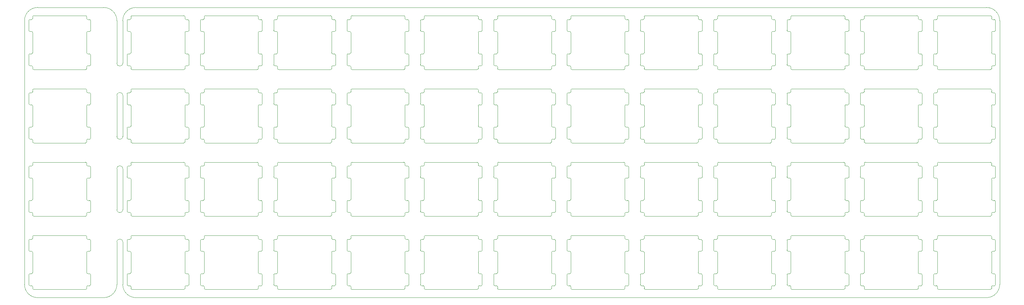
<source format=gbr>
G04 #@! TF.GenerationSoftware,KiCad,Pcbnew,(5.1.4-0)*
G04 #@! TF.CreationDate,2021-04-25T18:58:13-05:00*
G04 #@! TF.ProjectId,ori_top_plate,6f72695f-746f-4705-9f70-6c6174652e6b,rev?*
G04 #@! TF.SameCoordinates,Original*
G04 #@! TF.FileFunction,Profile,NP*
%FSLAX46Y46*%
G04 Gerber Fmt 4.6, Leading zero omitted, Abs format (unit mm)*
G04 Created by KiCad (PCBNEW (5.1.4-0)) date 2021-04-25 18:58:13*
%MOMM*%
%LPD*%
G04 APERTURE LIST*
%ADD10C,0.050000*%
%ADD11C,0.100000*%
G04 APERTURE END LIST*
D10*
X126540000Y-117800000D02*
X109440000Y-117800000D01*
X129960000Y-114380000D02*
X129960000Y-103360000D01*
X129960000Y-114380000D02*
G75*
G02X126540000Y-117800000I-3420000J0D01*
G01*
X131480000Y-103360000D02*
X131480000Y-114380000D01*
X129960000Y-103360000D02*
G75*
G02X131480000Y-103360000I760000J0D01*
G01*
X129960000Y-84360000D02*
X129960000Y-95000000D01*
X131480000Y-84360000D02*
X131480000Y-95000000D01*
X131480000Y-95000000D02*
G75*
G02X129960000Y-95000000I-760000J0D01*
G01*
X129960000Y-84360000D02*
G75*
G02X131480000Y-84360000I760000J0D01*
G01*
X129960000Y-65360000D02*
X129960000Y-76000000D01*
X131480000Y-65360000D02*
X131480000Y-76000000D01*
X131480000Y-76000000D02*
G75*
G02X129960000Y-76000000I-760000J0D01*
G01*
X129960000Y-65360000D02*
G75*
G02X131480000Y-65360000I760000J0D01*
G01*
X129960000Y-45980000D02*
X129960000Y-57000000D01*
X131480000Y-45980000D02*
X131480000Y-57000000D01*
X126540000Y-42560000D02*
X109440000Y-42560000D01*
X131480000Y-57000000D02*
G75*
G02X129960000Y-57000000I-760000J0D01*
G01*
X126540000Y-42560000D02*
G75*
G02X129960000Y-45980000I0J-3420000D01*
G01*
X106020000Y-45980000D02*
X106020000Y-114380000D01*
X106020000Y-45980000D02*
G75*
G02X109440000Y-42560000I3420000J0D01*
G01*
X109440000Y-117800000D02*
G75*
G02X106020000Y-114380000I0J3420000D01*
G01*
X358720000Y-114380000D02*
X358720000Y-45980000D01*
X355300000Y-117800000D02*
X134900000Y-117800000D01*
X134900000Y-42560000D02*
X355300000Y-42560000D01*
X134900000Y-117800000D02*
G75*
G02X131480000Y-114380000I0J3420000D01*
G01*
X131480000Y-45980000D02*
G75*
G02X134900000Y-42560000I3420000J0D01*
G01*
X355300000Y-42560000D02*
G75*
G02X358720000Y-45980000I0J-3420000D01*
G01*
X358720000Y-114380000D02*
G75*
G02X355300000Y-117800000I-3420000J0D01*
G01*
D11*
X121840000Y-115680000D02*
X108440000Y-115680000D01*
X108440000Y-115680000D02*
G75*
G02X108140000Y-115380000I0J300000D01*
G01*
X108140000Y-115380000D02*
X108140000Y-114980000D01*
X108140000Y-101980000D02*
G75*
G02X108440000Y-101680000I300000J0D01*
G01*
X121840000Y-101680000D02*
X108440000Y-101680000D01*
X108140000Y-106080000D02*
X108140000Y-111280000D01*
X108140000Y-102380000D02*
X108140000Y-101980000D01*
X122140000Y-114980000D02*
X122140000Y-115380000D01*
X121840000Y-101680000D02*
G75*
G02X122140000Y-101980000I0J-300000D01*
G01*
X123140000Y-105580000D02*
G75*
G02X122940000Y-105780000I-200000J0D01*
G01*
X122140000Y-106080000D02*
G75*
G02X122440000Y-105780000I300000J0D01*
G01*
X122440000Y-102680000D02*
X122840000Y-102680000D01*
X123140000Y-105580000D02*
X123140000Y-102980000D01*
X122940000Y-105780000D02*
X122440000Y-105780000D01*
X122140000Y-111280000D02*
X122140000Y-106080000D01*
X122140000Y-115380000D02*
G75*
G02X121840000Y-115680000I-300000J0D01*
G01*
X122440000Y-102680000D02*
G75*
G02X122140000Y-102380000I0J300000D01*
G01*
X122840000Y-102680000D02*
G75*
G02X123140000Y-102980000I0J-300000D01*
G01*
X122140000Y-101980000D02*
X122140000Y-102380000D01*
X122440000Y-111580000D02*
G75*
G02X122140000Y-111280000I0J300000D01*
G01*
X122840000Y-111580000D02*
G75*
G02X123140000Y-111880000I0J-300000D01*
G01*
X122940000Y-114680000D02*
X122440000Y-114680000D01*
X123140000Y-114480000D02*
X123140000Y-111880000D01*
X122440000Y-111580000D02*
X122840000Y-111580000D01*
X122140000Y-114980000D02*
G75*
G02X122440000Y-114680000I300000J0D01*
G01*
X123140000Y-114480000D02*
G75*
G02X122940000Y-114680000I-200000J0D01*
G01*
X107140000Y-111780000D02*
G75*
G02X107340000Y-111580000I200000J0D01*
G01*
X108140000Y-111280000D02*
G75*
G02X107840000Y-111580000I-300000J0D01*
G01*
X107840000Y-114680000D02*
X107440000Y-114680000D01*
X107140000Y-111780000D02*
X107140000Y-114380000D01*
X107340000Y-111580000D02*
X107840000Y-111580000D01*
X107440000Y-114680000D02*
G75*
G02X107140000Y-114380000I0J300000D01*
G01*
X107840000Y-114680000D02*
G75*
G02X108140000Y-114980000I0J-300000D01*
G01*
X107340000Y-102680000D02*
X107840000Y-102680000D01*
X107840000Y-105780000D02*
X107440000Y-105780000D01*
X107140000Y-102880000D02*
X107140000Y-105480000D01*
X108140000Y-102380000D02*
G75*
G02X107840000Y-102680000I-300000J0D01*
G01*
X107840000Y-105780000D02*
G75*
G02X108140000Y-106080000I0J-300000D01*
G01*
X107440000Y-105780000D02*
G75*
G02X107140000Y-105480000I0J300000D01*
G01*
X107140000Y-102880000D02*
G75*
G02X107340000Y-102680000I200000J0D01*
G01*
X121840000Y-96680000D02*
X108440000Y-96680000D01*
X108440000Y-96680000D02*
G75*
G02X108140000Y-96380000I0J300000D01*
G01*
X108140000Y-96380000D02*
X108140000Y-95980000D01*
X108140000Y-82980000D02*
G75*
G02X108440000Y-82680000I300000J0D01*
G01*
X121840000Y-82680000D02*
X108440000Y-82680000D01*
X108140000Y-87080000D02*
X108140000Y-92280000D01*
X108140000Y-83380000D02*
X108140000Y-82980000D01*
X122140000Y-95980000D02*
X122140000Y-96380000D01*
X121840000Y-82680000D02*
G75*
G02X122140000Y-82980000I0J-300000D01*
G01*
X123140000Y-86580000D02*
G75*
G02X122940000Y-86780000I-200000J0D01*
G01*
X122140000Y-87080000D02*
G75*
G02X122440000Y-86780000I300000J0D01*
G01*
X122440000Y-83680000D02*
X122840000Y-83680000D01*
X123140000Y-86580000D02*
X123140000Y-83980000D01*
X122940000Y-86780000D02*
X122440000Y-86780000D01*
X122140000Y-92280000D02*
X122140000Y-87080000D01*
X122140000Y-96380000D02*
G75*
G02X121840000Y-96680000I-300000J0D01*
G01*
X122440000Y-83680000D02*
G75*
G02X122140000Y-83380000I0J300000D01*
G01*
X122840000Y-83680000D02*
G75*
G02X123140000Y-83980000I0J-300000D01*
G01*
X122140000Y-82980000D02*
X122140000Y-83380000D01*
X122440000Y-92580000D02*
G75*
G02X122140000Y-92280000I0J300000D01*
G01*
X122840000Y-92580000D02*
G75*
G02X123140000Y-92880000I0J-300000D01*
G01*
X122940000Y-95680000D02*
X122440000Y-95680000D01*
X123140000Y-95480000D02*
X123140000Y-92880000D01*
X122440000Y-92580000D02*
X122840000Y-92580000D01*
X122140000Y-95980000D02*
G75*
G02X122440000Y-95680000I300000J0D01*
G01*
X123140000Y-95480000D02*
G75*
G02X122940000Y-95680000I-200000J0D01*
G01*
X107140000Y-92780000D02*
G75*
G02X107340000Y-92580000I200000J0D01*
G01*
X108140000Y-92280000D02*
G75*
G02X107840000Y-92580000I-300000J0D01*
G01*
X107840000Y-95680000D02*
X107440000Y-95680000D01*
X107140000Y-92780000D02*
X107140000Y-95380000D01*
X107340000Y-92580000D02*
X107840000Y-92580000D01*
X107440000Y-95680000D02*
G75*
G02X107140000Y-95380000I0J300000D01*
G01*
X107840000Y-95680000D02*
G75*
G02X108140000Y-95980000I0J-300000D01*
G01*
X107340000Y-83680000D02*
X107840000Y-83680000D01*
X107840000Y-86780000D02*
X107440000Y-86780000D01*
X107140000Y-83880000D02*
X107140000Y-86480000D01*
X108140000Y-83380000D02*
G75*
G02X107840000Y-83680000I-300000J0D01*
G01*
X107840000Y-86780000D02*
G75*
G02X108140000Y-87080000I0J-300000D01*
G01*
X107440000Y-86780000D02*
G75*
G02X107140000Y-86480000I0J300000D01*
G01*
X107140000Y-83880000D02*
G75*
G02X107340000Y-83680000I200000J0D01*
G01*
X121840000Y-77680000D02*
X108440000Y-77680000D01*
X108440000Y-77680000D02*
G75*
G02X108140000Y-77380000I0J300000D01*
G01*
X108140000Y-77380000D02*
X108140000Y-76980000D01*
X108140000Y-63980000D02*
G75*
G02X108440000Y-63680000I300000J0D01*
G01*
X121840000Y-63680000D02*
X108440000Y-63680000D01*
X108140000Y-68080000D02*
X108140000Y-73280000D01*
X108140000Y-64380000D02*
X108140000Y-63980000D01*
X122140000Y-76980000D02*
X122140000Y-77380000D01*
X121840000Y-63680000D02*
G75*
G02X122140000Y-63980000I0J-300000D01*
G01*
X123140000Y-67580000D02*
G75*
G02X122940000Y-67780000I-200000J0D01*
G01*
X122140000Y-68080000D02*
G75*
G02X122440000Y-67780000I300000J0D01*
G01*
X122440000Y-64680000D02*
X122840000Y-64680000D01*
X123140000Y-67580000D02*
X123140000Y-64980000D01*
X122940000Y-67780000D02*
X122440000Y-67780000D01*
X122140000Y-73280000D02*
X122140000Y-68080000D01*
X122140000Y-77380000D02*
G75*
G02X121840000Y-77680000I-300000J0D01*
G01*
X122440000Y-64680000D02*
G75*
G02X122140000Y-64380000I0J300000D01*
G01*
X122840000Y-64680000D02*
G75*
G02X123140000Y-64980000I0J-300000D01*
G01*
X122140000Y-63980000D02*
X122140000Y-64380000D01*
X122440000Y-73580000D02*
G75*
G02X122140000Y-73280000I0J300000D01*
G01*
X122840000Y-73580000D02*
G75*
G02X123140000Y-73880000I0J-300000D01*
G01*
X122940000Y-76680000D02*
X122440000Y-76680000D01*
X123140000Y-76480000D02*
X123140000Y-73880000D01*
X122440000Y-73580000D02*
X122840000Y-73580000D01*
X122140000Y-76980000D02*
G75*
G02X122440000Y-76680000I300000J0D01*
G01*
X123140000Y-76480000D02*
G75*
G02X122940000Y-76680000I-200000J0D01*
G01*
X107140000Y-73780000D02*
G75*
G02X107340000Y-73580000I200000J0D01*
G01*
X108140000Y-73280000D02*
G75*
G02X107840000Y-73580000I-300000J0D01*
G01*
X107840000Y-76680000D02*
X107440000Y-76680000D01*
X107140000Y-73780000D02*
X107140000Y-76380000D01*
X107340000Y-73580000D02*
X107840000Y-73580000D01*
X107440000Y-76680000D02*
G75*
G02X107140000Y-76380000I0J300000D01*
G01*
X107840000Y-76680000D02*
G75*
G02X108140000Y-76980000I0J-300000D01*
G01*
X107340000Y-64680000D02*
X107840000Y-64680000D01*
X107840000Y-67780000D02*
X107440000Y-67780000D01*
X107140000Y-64880000D02*
X107140000Y-67480000D01*
X108140000Y-64380000D02*
G75*
G02X107840000Y-64680000I-300000J0D01*
G01*
X107840000Y-67780000D02*
G75*
G02X108140000Y-68080000I0J-300000D01*
G01*
X107440000Y-67780000D02*
G75*
G02X107140000Y-67480000I0J300000D01*
G01*
X107140000Y-64880000D02*
G75*
G02X107340000Y-64680000I200000J0D01*
G01*
X121840000Y-58680000D02*
X108440000Y-58680000D01*
X108440000Y-58680000D02*
G75*
G02X108140000Y-58380000I0J300000D01*
G01*
X108140000Y-58380000D02*
X108140000Y-57980000D01*
X108140000Y-44980000D02*
G75*
G02X108440000Y-44680000I300000J0D01*
G01*
X121840000Y-44680000D02*
X108440000Y-44680000D01*
X108140000Y-49080000D02*
X108140000Y-54280000D01*
X108140000Y-45380000D02*
X108140000Y-44980000D01*
X122140000Y-57980000D02*
X122140000Y-58380000D01*
X121840000Y-44680000D02*
G75*
G02X122140000Y-44980000I0J-300000D01*
G01*
X123140000Y-48580000D02*
G75*
G02X122940000Y-48780000I-200000J0D01*
G01*
X122140000Y-49080000D02*
G75*
G02X122440000Y-48780000I300000J0D01*
G01*
X122440000Y-45680000D02*
X122840000Y-45680000D01*
X123140000Y-48580000D02*
X123140000Y-45980000D01*
X122940000Y-48780000D02*
X122440000Y-48780000D01*
X122140000Y-54280000D02*
X122140000Y-49080000D01*
X122140000Y-58380000D02*
G75*
G02X121840000Y-58680000I-300000J0D01*
G01*
X122440000Y-45680000D02*
G75*
G02X122140000Y-45380000I0J300000D01*
G01*
X122840000Y-45680000D02*
G75*
G02X123140000Y-45980000I0J-300000D01*
G01*
X122140000Y-44980000D02*
X122140000Y-45380000D01*
X122440000Y-54580000D02*
G75*
G02X122140000Y-54280000I0J300000D01*
G01*
X122840000Y-54580000D02*
G75*
G02X123140000Y-54880000I0J-300000D01*
G01*
X122940000Y-57680000D02*
X122440000Y-57680000D01*
X123140000Y-57480000D02*
X123140000Y-54880000D01*
X122440000Y-54580000D02*
X122840000Y-54580000D01*
X122140000Y-57980000D02*
G75*
G02X122440000Y-57680000I300000J0D01*
G01*
X123140000Y-57480000D02*
G75*
G02X122940000Y-57680000I-200000J0D01*
G01*
X107140000Y-54780000D02*
G75*
G02X107340000Y-54580000I200000J0D01*
G01*
X108140000Y-54280000D02*
G75*
G02X107840000Y-54580000I-300000J0D01*
G01*
X107840000Y-57680000D02*
X107440000Y-57680000D01*
X107140000Y-54780000D02*
X107140000Y-57380000D01*
X107340000Y-54580000D02*
X107840000Y-54580000D01*
X107440000Y-57680000D02*
G75*
G02X107140000Y-57380000I0J300000D01*
G01*
X107840000Y-57680000D02*
G75*
G02X108140000Y-57980000I0J-300000D01*
G01*
X107340000Y-45680000D02*
X107840000Y-45680000D01*
X107840000Y-48780000D02*
X107440000Y-48780000D01*
X107140000Y-45880000D02*
X107140000Y-48480000D01*
X108140000Y-45380000D02*
G75*
G02X107840000Y-45680000I-300000J0D01*
G01*
X107840000Y-48780000D02*
G75*
G02X108140000Y-49080000I0J-300000D01*
G01*
X107440000Y-48780000D02*
G75*
G02X107140000Y-48480000I0J300000D01*
G01*
X107140000Y-45880000D02*
G75*
G02X107340000Y-45680000I200000J0D01*
G01*
X356299080Y-115679714D02*
X342899080Y-115679714D01*
X342899080Y-115679714D02*
G75*
G02X342599080Y-115379714I0J300000D01*
G01*
X342599080Y-115379714D02*
X342599080Y-114979714D01*
X342599080Y-101979714D02*
G75*
G02X342899080Y-101679714I300000J0D01*
G01*
X356299080Y-101679714D02*
X342899080Y-101679714D01*
X342599080Y-106079714D02*
X342599080Y-111279714D01*
X342599080Y-102379714D02*
X342599080Y-101979714D01*
X356599080Y-114979714D02*
X356599080Y-115379714D01*
X356299080Y-101679714D02*
G75*
G02X356599080Y-101979714I0J-300000D01*
G01*
X357599080Y-105579714D02*
G75*
G02X357399080Y-105779714I-200000J0D01*
G01*
X356599080Y-106079714D02*
G75*
G02X356899080Y-105779714I300000J0D01*
G01*
X356899080Y-102679714D02*
X357299080Y-102679714D01*
X357599080Y-105579714D02*
X357599080Y-102979714D01*
X357399080Y-105779714D02*
X356899080Y-105779714D01*
X356599080Y-111279714D02*
X356599080Y-106079714D01*
X356599080Y-115379714D02*
G75*
G02X356299080Y-115679714I-300000J0D01*
G01*
X356899080Y-102679714D02*
G75*
G02X356599080Y-102379714I0J300000D01*
G01*
X357299080Y-102679714D02*
G75*
G02X357599080Y-102979714I0J-300000D01*
G01*
X356599080Y-101979714D02*
X356599080Y-102379714D01*
X356899080Y-111579714D02*
G75*
G02X356599080Y-111279714I0J300000D01*
G01*
X357299080Y-111579714D02*
G75*
G02X357599080Y-111879714I0J-300000D01*
G01*
X357399080Y-114679714D02*
X356899080Y-114679714D01*
X357599080Y-114479714D02*
X357599080Y-111879714D01*
X356899080Y-111579714D02*
X357299080Y-111579714D01*
X356599080Y-114979714D02*
G75*
G02X356899080Y-114679714I300000J0D01*
G01*
X357599080Y-114479714D02*
G75*
G02X357399080Y-114679714I-200000J0D01*
G01*
X341599080Y-111779714D02*
G75*
G02X341799080Y-111579714I200000J0D01*
G01*
X342599080Y-111279714D02*
G75*
G02X342299080Y-111579714I-300000J0D01*
G01*
X342299080Y-114679714D02*
X341899080Y-114679714D01*
X341599080Y-111779714D02*
X341599080Y-114379714D01*
X341799080Y-111579714D02*
X342299080Y-111579714D01*
X341899080Y-114679714D02*
G75*
G02X341599080Y-114379714I0J300000D01*
G01*
X342299080Y-114679714D02*
G75*
G02X342599080Y-114979714I0J-300000D01*
G01*
X341799080Y-102679714D02*
X342299080Y-102679714D01*
X342299080Y-105779714D02*
X341899080Y-105779714D01*
X341599080Y-102879714D02*
X341599080Y-105479714D01*
X342599080Y-102379714D02*
G75*
G02X342299080Y-102679714I-300000J0D01*
G01*
X342299080Y-105779714D02*
G75*
G02X342599080Y-106079714I0J-300000D01*
G01*
X341899080Y-105779714D02*
G75*
G02X341599080Y-105479714I0J300000D01*
G01*
X341599080Y-102879714D02*
G75*
G02X341799080Y-102679714I200000J0D01*
G01*
X337299130Y-115679714D02*
X323899130Y-115679714D01*
X323899130Y-115679714D02*
G75*
G02X323599130Y-115379714I0J300000D01*
G01*
X323599130Y-115379714D02*
X323599130Y-114979714D01*
X323599130Y-101979714D02*
G75*
G02X323899130Y-101679714I300000J0D01*
G01*
X337299130Y-101679714D02*
X323899130Y-101679714D01*
X323599130Y-106079714D02*
X323599130Y-111279714D01*
X323599130Y-102379714D02*
X323599130Y-101979714D01*
X337599130Y-114979714D02*
X337599130Y-115379714D01*
X337299130Y-101679714D02*
G75*
G02X337599130Y-101979714I0J-300000D01*
G01*
X338599130Y-105579714D02*
G75*
G02X338399130Y-105779714I-200000J0D01*
G01*
X337599130Y-106079714D02*
G75*
G02X337899130Y-105779714I300000J0D01*
G01*
X337899130Y-102679714D02*
X338299130Y-102679714D01*
X338599130Y-105579714D02*
X338599130Y-102979714D01*
X338399130Y-105779714D02*
X337899130Y-105779714D01*
X337599130Y-111279714D02*
X337599130Y-106079714D01*
X337599130Y-115379714D02*
G75*
G02X337299130Y-115679714I-300000J0D01*
G01*
X337899130Y-102679714D02*
G75*
G02X337599130Y-102379714I0J300000D01*
G01*
X338299130Y-102679714D02*
G75*
G02X338599130Y-102979714I0J-300000D01*
G01*
X337599130Y-101979714D02*
X337599130Y-102379714D01*
X337899130Y-111579714D02*
G75*
G02X337599130Y-111279714I0J300000D01*
G01*
X338299130Y-111579714D02*
G75*
G02X338599130Y-111879714I0J-300000D01*
G01*
X338399130Y-114679714D02*
X337899130Y-114679714D01*
X338599130Y-114479714D02*
X338599130Y-111879714D01*
X337899130Y-111579714D02*
X338299130Y-111579714D01*
X337599130Y-114979714D02*
G75*
G02X337899130Y-114679714I300000J0D01*
G01*
X338599130Y-114479714D02*
G75*
G02X338399130Y-114679714I-200000J0D01*
G01*
X322599130Y-111779714D02*
G75*
G02X322799130Y-111579714I200000J0D01*
G01*
X323599130Y-111279714D02*
G75*
G02X323299130Y-111579714I-300000J0D01*
G01*
X323299130Y-114679714D02*
X322899130Y-114679714D01*
X322599130Y-111779714D02*
X322599130Y-114379714D01*
X322799130Y-111579714D02*
X323299130Y-111579714D01*
X322899130Y-114679714D02*
G75*
G02X322599130Y-114379714I0J300000D01*
G01*
X323299130Y-114679714D02*
G75*
G02X323599130Y-114979714I0J-300000D01*
G01*
X322799130Y-102679714D02*
X323299130Y-102679714D01*
X323299130Y-105779714D02*
X322899130Y-105779714D01*
X322599130Y-102879714D02*
X322599130Y-105479714D01*
X323599130Y-102379714D02*
G75*
G02X323299130Y-102679714I-300000J0D01*
G01*
X323299130Y-105779714D02*
G75*
G02X323599130Y-106079714I0J-300000D01*
G01*
X322899130Y-105779714D02*
G75*
G02X322599130Y-105479714I0J300000D01*
G01*
X322599130Y-102879714D02*
G75*
G02X322799130Y-102679714I200000J0D01*
G01*
X318299180Y-115679714D02*
X304899180Y-115679714D01*
X304899180Y-115679714D02*
G75*
G02X304599180Y-115379714I0J300000D01*
G01*
X304599180Y-115379714D02*
X304599180Y-114979714D01*
X304599180Y-101979714D02*
G75*
G02X304899180Y-101679714I300000J0D01*
G01*
X318299180Y-101679714D02*
X304899180Y-101679714D01*
X304599180Y-106079714D02*
X304599180Y-111279714D01*
X304599180Y-102379714D02*
X304599180Y-101979714D01*
X318599180Y-114979714D02*
X318599180Y-115379714D01*
X318299180Y-101679714D02*
G75*
G02X318599180Y-101979714I0J-300000D01*
G01*
X319599180Y-105579714D02*
G75*
G02X319399180Y-105779714I-200000J0D01*
G01*
X318599180Y-106079714D02*
G75*
G02X318899180Y-105779714I300000J0D01*
G01*
X318899180Y-102679714D02*
X319299180Y-102679714D01*
X319599180Y-105579714D02*
X319599180Y-102979714D01*
X319399180Y-105779714D02*
X318899180Y-105779714D01*
X318599180Y-111279714D02*
X318599180Y-106079714D01*
X318599180Y-115379714D02*
G75*
G02X318299180Y-115679714I-300000J0D01*
G01*
X318899180Y-102679714D02*
G75*
G02X318599180Y-102379714I0J300000D01*
G01*
X319299180Y-102679714D02*
G75*
G02X319599180Y-102979714I0J-300000D01*
G01*
X318599180Y-101979714D02*
X318599180Y-102379714D01*
X318899180Y-111579714D02*
G75*
G02X318599180Y-111279714I0J300000D01*
G01*
X319299180Y-111579714D02*
G75*
G02X319599180Y-111879714I0J-300000D01*
G01*
X319399180Y-114679714D02*
X318899180Y-114679714D01*
X319599180Y-114479714D02*
X319599180Y-111879714D01*
X318899180Y-111579714D02*
X319299180Y-111579714D01*
X318599180Y-114979714D02*
G75*
G02X318899180Y-114679714I300000J0D01*
G01*
X319599180Y-114479714D02*
G75*
G02X319399180Y-114679714I-200000J0D01*
G01*
X303599180Y-111779714D02*
G75*
G02X303799180Y-111579714I200000J0D01*
G01*
X304599180Y-111279714D02*
G75*
G02X304299180Y-111579714I-300000J0D01*
G01*
X304299180Y-114679714D02*
X303899180Y-114679714D01*
X303599180Y-111779714D02*
X303599180Y-114379714D01*
X303799180Y-111579714D02*
X304299180Y-111579714D01*
X303899180Y-114679714D02*
G75*
G02X303599180Y-114379714I0J300000D01*
G01*
X304299180Y-114679714D02*
G75*
G02X304599180Y-114979714I0J-300000D01*
G01*
X303799180Y-102679714D02*
X304299180Y-102679714D01*
X304299180Y-105779714D02*
X303899180Y-105779714D01*
X303599180Y-102879714D02*
X303599180Y-105479714D01*
X304599180Y-102379714D02*
G75*
G02X304299180Y-102679714I-300000J0D01*
G01*
X304299180Y-105779714D02*
G75*
G02X304599180Y-106079714I0J-300000D01*
G01*
X303899180Y-105779714D02*
G75*
G02X303599180Y-105479714I0J300000D01*
G01*
X303599180Y-102879714D02*
G75*
G02X303799180Y-102679714I200000J0D01*
G01*
X299299230Y-115679714D02*
X285899230Y-115679714D01*
X285899230Y-115679714D02*
G75*
G02X285599230Y-115379714I0J300000D01*
G01*
X285599230Y-115379714D02*
X285599230Y-114979714D01*
X285599230Y-101979714D02*
G75*
G02X285899230Y-101679714I300000J0D01*
G01*
X299299230Y-101679714D02*
X285899230Y-101679714D01*
X285599230Y-106079714D02*
X285599230Y-111279714D01*
X285599230Y-102379714D02*
X285599230Y-101979714D01*
X299599230Y-114979714D02*
X299599230Y-115379714D01*
X299299230Y-101679714D02*
G75*
G02X299599230Y-101979714I0J-300000D01*
G01*
X300599230Y-105579714D02*
G75*
G02X300399230Y-105779714I-200000J0D01*
G01*
X299599230Y-106079714D02*
G75*
G02X299899230Y-105779714I300000J0D01*
G01*
X299899230Y-102679714D02*
X300299230Y-102679714D01*
X300599230Y-105579714D02*
X300599230Y-102979714D01*
X300399230Y-105779714D02*
X299899230Y-105779714D01*
X299599230Y-111279714D02*
X299599230Y-106079714D01*
X299599230Y-115379714D02*
G75*
G02X299299230Y-115679714I-300000J0D01*
G01*
X299899230Y-102679714D02*
G75*
G02X299599230Y-102379714I0J300000D01*
G01*
X300299230Y-102679714D02*
G75*
G02X300599230Y-102979714I0J-300000D01*
G01*
X299599230Y-101979714D02*
X299599230Y-102379714D01*
X299899230Y-111579714D02*
G75*
G02X299599230Y-111279714I0J300000D01*
G01*
X300299230Y-111579714D02*
G75*
G02X300599230Y-111879714I0J-300000D01*
G01*
X300399230Y-114679714D02*
X299899230Y-114679714D01*
X300599230Y-114479714D02*
X300599230Y-111879714D01*
X299899230Y-111579714D02*
X300299230Y-111579714D01*
X299599230Y-114979714D02*
G75*
G02X299899230Y-114679714I300000J0D01*
G01*
X300599230Y-114479714D02*
G75*
G02X300399230Y-114679714I-200000J0D01*
G01*
X284599230Y-111779714D02*
G75*
G02X284799230Y-111579714I200000J0D01*
G01*
X285599230Y-111279714D02*
G75*
G02X285299230Y-111579714I-300000J0D01*
G01*
X285299230Y-114679714D02*
X284899230Y-114679714D01*
X284599230Y-111779714D02*
X284599230Y-114379714D01*
X284799230Y-111579714D02*
X285299230Y-111579714D01*
X284899230Y-114679714D02*
G75*
G02X284599230Y-114379714I0J300000D01*
G01*
X285299230Y-114679714D02*
G75*
G02X285599230Y-114979714I0J-300000D01*
G01*
X284799230Y-102679714D02*
X285299230Y-102679714D01*
X285299230Y-105779714D02*
X284899230Y-105779714D01*
X284599230Y-102879714D02*
X284599230Y-105479714D01*
X285599230Y-102379714D02*
G75*
G02X285299230Y-102679714I-300000J0D01*
G01*
X285299230Y-105779714D02*
G75*
G02X285599230Y-106079714I0J-300000D01*
G01*
X284899230Y-105779714D02*
G75*
G02X284599230Y-105479714I0J300000D01*
G01*
X284599230Y-102879714D02*
G75*
G02X284799230Y-102679714I200000J0D01*
G01*
X280299280Y-115679714D02*
X266899280Y-115679714D01*
X266899280Y-115679714D02*
G75*
G02X266599280Y-115379714I0J300000D01*
G01*
X266599280Y-115379714D02*
X266599280Y-114979714D01*
X266599280Y-101979714D02*
G75*
G02X266899280Y-101679714I300000J0D01*
G01*
X280299280Y-101679714D02*
X266899280Y-101679714D01*
X266599280Y-106079714D02*
X266599280Y-111279714D01*
X266599280Y-102379714D02*
X266599280Y-101979714D01*
X280599280Y-114979714D02*
X280599280Y-115379714D01*
X280299280Y-101679714D02*
G75*
G02X280599280Y-101979714I0J-300000D01*
G01*
X281599280Y-105579714D02*
G75*
G02X281399280Y-105779714I-200000J0D01*
G01*
X280599280Y-106079714D02*
G75*
G02X280899280Y-105779714I300000J0D01*
G01*
X280899280Y-102679714D02*
X281299280Y-102679714D01*
X281599280Y-105579714D02*
X281599280Y-102979714D01*
X281399280Y-105779714D02*
X280899280Y-105779714D01*
X280599280Y-111279714D02*
X280599280Y-106079714D01*
X280599280Y-115379714D02*
G75*
G02X280299280Y-115679714I-300000J0D01*
G01*
X280899280Y-102679714D02*
G75*
G02X280599280Y-102379714I0J300000D01*
G01*
X281299280Y-102679714D02*
G75*
G02X281599280Y-102979714I0J-300000D01*
G01*
X280599280Y-101979714D02*
X280599280Y-102379714D01*
X280899280Y-111579714D02*
G75*
G02X280599280Y-111279714I0J300000D01*
G01*
X281299280Y-111579714D02*
G75*
G02X281599280Y-111879714I0J-300000D01*
G01*
X281399280Y-114679714D02*
X280899280Y-114679714D01*
X281599280Y-114479714D02*
X281599280Y-111879714D01*
X280899280Y-111579714D02*
X281299280Y-111579714D01*
X280599280Y-114979714D02*
G75*
G02X280899280Y-114679714I300000J0D01*
G01*
X281599280Y-114479714D02*
G75*
G02X281399280Y-114679714I-200000J0D01*
G01*
X265599280Y-111779714D02*
G75*
G02X265799280Y-111579714I200000J0D01*
G01*
X266599280Y-111279714D02*
G75*
G02X266299280Y-111579714I-300000J0D01*
G01*
X266299280Y-114679714D02*
X265899280Y-114679714D01*
X265599280Y-111779714D02*
X265599280Y-114379714D01*
X265799280Y-111579714D02*
X266299280Y-111579714D01*
X265899280Y-114679714D02*
G75*
G02X265599280Y-114379714I0J300000D01*
G01*
X266299280Y-114679714D02*
G75*
G02X266599280Y-114979714I0J-300000D01*
G01*
X265799280Y-102679714D02*
X266299280Y-102679714D01*
X266299280Y-105779714D02*
X265899280Y-105779714D01*
X265599280Y-102879714D02*
X265599280Y-105479714D01*
X266599280Y-102379714D02*
G75*
G02X266299280Y-102679714I-300000J0D01*
G01*
X266299280Y-105779714D02*
G75*
G02X266599280Y-106079714I0J-300000D01*
G01*
X265899280Y-105779714D02*
G75*
G02X265599280Y-105479714I0J300000D01*
G01*
X265599280Y-102879714D02*
G75*
G02X265799280Y-102679714I200000J0D01*
G01*
X261299330Y-115679714D02*
X247899330Y-115679714D01*
X247899330Y-115679714D02*
G75*
G02X247599330Y-115379714I0J300000D01*
G01*
X247599330Y-115379714D02*
X247599330Y-114979714D01*
X247599330Y-101979714D02*
G75*
G02X247899330Y-101679714I300000J0D01*
G01*
X261299330Y-101679714D02*
X247899330Y-101679714D01*
X247599330Y-106079714D02*
X247599330Y-111279714D01*
X247599330Y-102379714D02*
X247599330Y-101979714D01*
X261599330Y-114979714D02*
X261599330Y-115379714D01*
X261299330Y-101679714D02*
G75*
G02X261599330Y-101979714I0J-300000D01*
G01*
X262599330Y-105579714D02*
G75*
G02X262399330Y-105779714I-200000J0D01*
G01*
X261599330Y-106079714D02*
G75*
G02X261899330Y-105779714I300000J0D01*
G01*
X261899330Y-102679714D02*
X262299330Y-102679714D01*
X262599330Y-105579714D02*
X262599330Y-102979714D01*
X262399330Y-105779714D02*
X261899330Y-105779714D01*
X261599330Y-111279714D02*
X261599330Y-106079714D01*
X261599330Y-115379714D02*
G75*
G02X261299330Y-115679714I-300000J0D01*
G01*
X261899330Y-102679714D02*
G75*
G02X261599330Y-102379714I0J300000D01*
G01*
X262299330Y-102679714D02*
G75*
G02X262599330Y-102979714I0J-300000D01*
G01*
X261599330Y-101979714D02*
X261599330Y-102379714D01*
X261899330Y-111579714D02*
G75*
G02X261599330Y-111279714I0J300000D01*
G01*
X262299330Y-111579714D02*
G75*
G02X262599330Y-111879714I0J-300000D01*
G01*
X262399330Y-114679714D02*
X261899330Y-114679714D01*
X262599330Y-114479714D02*
X262599330Y-111879714D01*
X261899330Y-111579714D02*
X262299330Y-111579714D01*
X261599330Y-114979714D02*
G75*
G02X261899330Y-114679714I300000J0D01*
G01*
X262599330Y-114479714D02*
G75*
G02X262399330Y-114679714I-200000J0D01*
G01*
X246599330Y-111779714D02*
G75*
G02X246799330Y-111579714I200000J0D01*
G01*
X247599330Y-111279714D02*
G75*
G02X247299330Y-111579714I-300000J0D01*
G01*
X247299330Y-114679714D02*
X246899330Y-114679714D01*
X246599330Y-111779714D02*
X246599330Y-114379714D01*
X246799330Y-111579714D02*
X247299330Y-111579714D01*
X246899330Y-114679714D02*
G75*
G02X246599330Y-114379714I0J300000D01*
G01*
X247299330Y-114679714D02*
G75*
G02X247599330Y-114979714I0J-300000D01*
G01*
X246799330Y-102679714D02*
X247299330Y-102679714D01*
X247299330Y-105779714D02*
X246899330Y-105779714D01*
X246599330Y-102879714D02*
X246599330Y-105479714D01*
X247599330Y-102379714D02*
G75*
G02X247299330Y-102679714I-300000J0D01*
G01*
X247299330Y-105779714D02*
G75*
G02X247599330Y-106079714I0J-300000D01*
G01*
X246899330Y-105779714D02*
G75*
G02X246599330Y-105479714I0J300000D01*
G01*
X246599330Y-102879714D02*
G75*
G02X246799330Y-102679714I200000J0D01*
G01*
X242299380Y-115679714D02*
X228899380Y-115679714D01*
X228899380Y-115679714D02*
G75*
G02X228599380Y-115379714I0J300000D01*
G01*
X228599380Y-115379714D02*
X228599380Y-114979714D01*
X228599380Y-101979714D02*
G75*
G02X228899380Y-101679714I300000J0D01*
G01*
X242299380Y-101679714D02*
X228899380Y-101679714D01*
X228599380Y-106079714D02*
X228599380Y-111279714D01*
X228599380Y-102379714D02*
X228599380Y-101979714D01*
X242599380Y-114979714D02*
X242599380Y-115379714D01*
X242299380Y-101679714D02*
G75*
G02X242599380Y-101979714I0J-300000D01*
G01*
X243599380Y-105579714D02*
G75*
G02X243399380Y-105779714I-200000J0D01*
G01*
X242599380Y-106079714D02*
G75*
G02X242899380Y-105779714I300000J0D01*
G01*
X242899380Y-102679714D02*
X243299380Y-102679714D01*
X243599380Y-105579714D02*
X243599380Y-102979714D01*
X243399380Y-105779714D02*
X242899380Y-105779714D01*
X242599380Y-111279714D02*
X242599380Y-106079714D01*
X242599380Y-115379714D02*
G75*
G02X242299380Y-115679714I-300000J0D01*
G01*
X242899380Y-102679714D02*
G75*
G02X242599380Y-102379714I0J300000D01*
G01*
X243299380Y-102679714D02*
G75*
G02X243599380Y-102979714I0J-300000D01*
G01*
X242599380Y-101979714D02*
X242599380Y-102379714D01*
X242899380Y-111579714D02*
G75*
G02X242599380Y-111279714I0J300000D01*
G01*
X243299380Y-111579714D02*
G75*
G02X243599380Y-111879714I0J-300000D01*
G01*
X243399380Y-114679714D02*
X242899380Y-114679714D01*
X243599380Y-114479714D02*
X243599380Y-111879714D01*
X242899380Y-111579714D02*
X243299380Y-111579714D01*
X242599380Y-114979714D02*
G75*
G02X242899380Y-114679714I300000J0D01*
G01*
X243599380Y-114479714D02*
G75*
G02X243399380Y-114679714I-200000J0D01*
G01*
X227599380Y-111779714D02*
G75*
G02X227799380Y-111579714I200000J0D01*
G01*
X228599380Y-111279714D02*
G75*
G02X228299380Y-111579714I-300000J0D01*
G01*
X228299380Y-114679714D02*
X227899380Y-114679714D01*
X227599380Y-111779714D02*
X227599380Y-114379714D01*
X227799380Y-111579714D02*
X228299380Y-111579714D01*
X227899380Y-114679714D02*
G75*
G02X227599380Y-114379714I0J300000D01*
G01*
X228299380Y-114679714D02*
G75*
G02X228599380Y-114979714I0J-300000D01*
G01*
X227799380Y-102679714D02*
X228299380Y-102679714D01*
X228299380Y-105779714D02*
X227899380Y-105779714D01*
X227599380Y-102879714D02*
X227599380Y-105479714D01*
X228599380Y-102379714D02*
G75*
G02X228299380Y-102679714I-300000J0D01*
G01*
X228299380Y-105779714D02*
G75*
G02X228599380Y-106079714I0J-300000D01*
G01*
X227899380Y-105779714D02*
G75*
G02X227599380Y-105479714I0J300000D01*
G01*
X227599380Y-102879714D02*
G75*
G02X227799380Y-102679714I200000J0D01*
G01*
X223299430Y-115679714D02*
X209899430Y-115679714D01*
X209899430Y-115679714D02*
G75*
G02X209599430Y-115379714I0J300000D01*
G01*
X209599430Y-115379714D02*
X209599430Y-114979714D01*
X209599430Y-101979714D02*
G75*
G02X209899430Y-101679714I300000J0D01*
G01*
X223299430Y-101679714D02*
X209899430Y-101679714D01*
X209599430Y-106079714D02*
X209599430Y-111279714D01*
X209599430Y-102379714D02*
X209599430Y-101979714D01*
X223599430Y-114979714D02*
X223599430Y-115379714D01*
X223299430Y-101679714D02*
G75*
G02X223599430Y-101979714I0J-300000D01*
G01*
X224599430Y-105579714D02*
G75*
G02X224399430Y-105779714I-200000J0D01*
G01*
X223599430Y-106079714D02*
G75*
G02X223899430Y-105779714I300000J0D01*
G01*
X223899430Y-102679714D02*
X224299430Y-102679714D01*
X224599430Y-105579714D02*
X224599430Y-102979714D01*
X224399430Y-105779714D02*
X223899430Y-105779714D01*
X223599430Y-111279714D02*
X223599430Y-106079714D01*
X223599430Y-115379714D02*
G75*
G02X223299430Y-115679714I-300000J0D01*
G01*
X223899430Y-102679714D02*
G75*
G02X223599430Y-102379714I0J300000D01*
G01*
X224299430Y-102679714D02*
G75*
G02X224599430Y-102979714I0J-300000D01*
G01*
X223599430Y-101979714D02*
X223599430Y-102379714D01*
X223899430Y-111579714D02*
G75*
G02X223599430Y-111279714I0J300000D01*
G01*
X224299430Y-111579714D02*
G75*
G02X224599430Y-111879714I0J-300000D01*
G01*
X224399430Y-114679714D02*
X223899430Y-114679714D01*
X224599430Y-114479714D02*
X224599430Y-111879714D01*
X223899430Y-111579714D02*
X224299430Y-111579714D01*
X223599430Y-114979714D02*
G75*
G02X223899430Y-114679714I300000J0D01*
G01*
X224599430Y-114479714D02*
G75*
G02X224399430Y-114679714I-200000J0D01*
G01*
X208599430Y-111779714D02*
G75*
G02X208799430Y-111579714I200000J0D01*
G01*
X209599430Y-111279714D02*
G75*
G02X209299430Y-111579714I-300000J0D01*
G01*
X209299430Y-114679714D02*
X208899430Y-114679714D01*
X208599430Y-111779714D02*
X208599430Y-114379714D01*
X208799430Y-111579714D02*
X209299430Y-111579714D01*
X208899430Y-114679714D02*
G75*
G02X208599430Y-114379714I0J300000D01*
G01*
X209299430Y-114679714D02*
G75*
G02X209599430Y-114979714I0J-300000D01*
G01*
X208799430Y-102679714D02*
X209299430Y-102679714D01*
X209299430Y-105779714D02*
X208899430Y-105779714D01*
X208599430Y-102879714D02*
X208599430Y-105479714D01*
X209599430Y-102379714D02*
G75*
G02X209299430Y-102679714I-300000J0D01*
G01*
X209299430Y-105779714D02*
G75*
G02X209599430Y-106079714I0J-300000D01*
G01*
X208899430Y-105779714D02*
G75*
G02X208599430Y-105479714I0J300000D01*
G01*
X208599430Y-102879714D02*
G75*
G02X208799430Y-102679714I200000J0D01*
G01*
X204299480Y-115679714D02*
X190899480Y-115679714D01*
X190899480Y-115679714D02*
G75*
G02X190599480Y-115379714I0J300000D01*
G01*
X190599480Y-115379714D02*
X190599480Y-114979714D01*
X190599480Y-101979714D02*
G75*
G02X190899480Y-101679714I300000J0D01*
G01*
X204299480Y-101679714D02*
X190899480Y-101679714D01*
X190599480Y-106079714D02*
X190599480Y-111279714D01*
X190599480Y-102379714D02*
X190599480Y-101979714D01*
X204599480Y-114979714D02*
X204599480Y-115379714D01*
X204299480Y-101679714D02*
G75*
G02X204599480Y-101979714I0J-300000D01*
G01*
X205599480Y-105579714D02*
G75*
G02X205399480Y-105779714I-200000J0D01*
G01*
X204599480Y-106079714D02*
G75*
G02X204899480Y-105779714I300000J0D01*
G01*
X204899480Y-102679714D02*
X205299480Y-102679714D01*
X205599480Y-105579714D02*
X205599480Y-102979714D01*
X205399480Y-105779714D02*
X204899480Y-105779714D01*
X204599480Y-111279714D02*
X204599480Y-106079714D01*
X204599480Y-115379714D02*
G75*
G02X204299480Y-115679714I-300000J0D01*
G01*
X204899480Y-102679714D02*
G75*
G02X204599480Y-102379714I0J300000D01*
G01*
X205299480Y-102679714D02*
G75*
G02X205599480Y-102979714I0J-300000D01*
G01*
X204599480Y-101979714D02*
X204599480Y-102379714D01*
X204899480Y-111579714D02*
G75*
G02X204599480Y-111279714I0J300000D01*
G01*
X205299480Y-111579714D02*
G75*
G02X205599480Y-111879714I0J-300000D01*
G01*
X205399480Y-114679714D02*
X204899480Y-114679714D01*
X205599480Y-114479714D02*
X205599480Y-111879714D01*
X204899480Y-111579714D02*
X205299480Y-111579714D01*
X204599480Y-114979714D02*
G75*
G02X204899480Y-114679714I300000J0D01*
G01*
X205599480Y-114479714D02*
G75*
G02X205399480Y-114679714I-200000J0D01*
G01*
X189599480Y-111779714D02*
G75*
G02X189799480Y-111579714I200000J0D01*
G01*
X190599480Y-111279714D02*
G75*
G02X190299480Y-111579714I-300000J0D01*
G01*
X190299480Y-114679714D02*
X189899480Y-114679714D01*
X189599480Y-111779714D02*
X189599480Y-114379714D01*
X189799480Y-111579714D02*
X190299480Y-111579714D01*
X189899480Y-114679714D02*
G75*
G02X189599480Y-114379714I0J300000D01*
G01*
X190299480Y-114679714D02*
G75*
G02X190599480Y-114979714I0J-300000D01*
G01*
X189799480Y-102679714D02*
X190299480Y-102679714D01*
X190299480Y-105779714D02*
X189899480Y-105779714D01*
X189599480Y-102879714D02*
X189599480Y-105479714D01*
X190599480Y-102379714D02*
G75*
G02X190299480Y-102679714I-300000J0D01*
G01*
X190299480Y-105779714D02*
G75*
G02X190599480Y-106079714I0J-300000D01*
G01*
X189899480Y-105779714D02*
G75*
G02X189599480Y-105479714I0J300000D01*
G01*
X189599480Y-102879714D02*
G75*
G02X189799480Y-102679714I200000J0D01*
G01*
X185299530Y-115679714D02*
X171899530Y-115679714D01*
X171899530Y-115679714D02*
G75*
G02X171599530Y-115379714I0J300000D01*
G01*
X171599530Y-115379714D02*
X171599530Y-114979714D01*
X171599530Y-101979714D02*
G75*
G02X171899530Y-101679714I300000J0D01*
G01*
X185299530Y-101679714D02*
X171899530Y-101679714D01*
X171599530Y-106079714D02*
X171599530Y-111279714D01*
X171599530Y-102379714D02*
X171599530Y-101979714D01*
X185599530Y-114979714D02*
X185599530Y-115379714D01*
X185299530Y-101679714D02*
G75*
G02X185599530Y-101979714I0J-300000D01*
G01*
X186599530Y-105579714D02*
G75*
G02X186399530Y-105779714I-200000J0D01*
G01*
X185599530Y-106079714D02*
G75*
G02X185899530Y-105779714I300000J0D01*
G01*
X185899530Y-102679714D02*
X186299530Y-102679714D01*
X186599530Y-105579714D02*
X186599530Y-102979714D01*
X186399530Y-105779714D02*
X185899530Y-105779714D01*
X185599530Y-111279714D02*
X185599530Y-106079714D01*
X185599530Y-115379714D02*
G75*
G02X185299530Y-115679714I-300000J0D01*
G01*
X185899530Y-102679714D02*
G75*
G02X185599530Y-102379714I0J300000D01*
G01*
X186299530Y-102679714D02*
G75*
G02X186599530Y-102979714I0J-300000D01*
G01*
X185599530Y-101979714D02*
X185599530Y-102379714D01*
X185899530Y-111579714D02*
G75*
G02X185599530Y-111279714I0J300000D01*
G01*
X186299530Y-111579714D02*
G75*
G02X186599530Y-111879714I0J-300000D01*
G01*
X186399530Y-114679714D02*
X185899530Y-114679714D01*
X186599530Y-114479714D02*
X186599530Y-111879714D01*
X185899530Y-111579714D02*
X186299530Y-111579714D01*
X185599530Y-114979714D02*
G75*
G02X185899530Y-114679714I300000J0D01*
G01*
X186599530Y-114479714D02*
G75*
G02X186399530Y-114679714I-200000J0D01*
G01*
X170599530Y-111779714D02*
G75*
G02X170799530Y-111579714I200000J0D01*
G01*
X171599530Y-111279714D02*
G75*
G02X171299530Y-111579714I-300000J0D01*
G01*
X171299530Y-114679714D02*
X170899530Y-114679714D01*
X170599530Y-111779714D02*
X170599530Y-114379714D01*
X170799530Y-111579714D02*
X171299530Y-111579714D01*
X170899530Y-114679714D02*
G75*
G02X170599530Y-114379714I0J300000D01*
G01*
X171299530Y-114679714D02*
G75*
G02X171599530Y-114979714I0J-300000D01*
G01*
X170799530Y-102679714D02*
X171299530Y-102679714D01*
X171299530Y-105779714D02*
X170899530Y-105779714D01*
X170599530Y-102879714D02*
X170599530Y-105479714D01*
X171599530Y-102379714D02*
G75*
G02X171299530Y-102679714I-300000J0D01*
G01*
X171299530Y-105779714D02*
G75*
G02X171599530Y-106079714I0J-300000D01*
G01*
X170899530Y-105779714D02*
G75*
G02X170599530Y-105479714I0J300000D01*
G01*
X170599530Y-102879714D02*
G75*
G02X170799530Y-102679714I200000J0D01*
G01*
X166299580Y-115679714D02*
X152899580Y-115679714D01*
X152899580Y-115679714D02*
G75*
G02X152599580Y-115379714I0J300000D01*
G01*
X152599580Y-115379714D02*
X152599580Y-114979714D01*
X152599580Y-101979714D02*
G75*
G02X152899580Y-101679714I300000J0D01*
G01*
X166299580Y-101679714D02*
X152899580Y-101679714D01*
X152599580Y-106079714D02*
X152599580Y-111279714D01*
X152599580Y-102379714D02*
X152599580Y-101979714D01*
X166599580Y-114979714D02*
X166599580Y-115379714D01*
X166299580Y-101679714D02*
G75*
G02X166599580Y-101979714I0J-300000D01*
G01*
X167599580Y-105579714D02*
G75*
G02X167399580Y-105779714I-200000J0D01*
G01*
X166599580Y-106079714D02*
G75*
G02X166899580Y-105779714I300000J0D01*
G01*
X166899580Y-102679714D02*
X167299580Y-102679714D01*
X167599580Y-105579714D02*
X167599580Y-102979714D01*
X167399580Y-105779714D02*
X166899580Y-105779714D01*
X166599580Y-111279714D02*
X166599580Y-106079714D01*
X166599580Y-115379714D02*
G75*
G02X166299580Y-115679714I-300000J0D01*
G01*
X166899580Y-102679714D02*
G75*
G02X166599580Y-102379714I0J300000D01*
G01*
X167299580Y-102679714D02*
G75*
G02X167599580Y-102979714I0J-300000D01*
G01*
X166599580Y-101979714D02*
X166599580Y-102379714D01*
X166899580Y-111579714D02*
G75*
G02X166599580Y-111279714I0J300000D01*
G01*
X167299580Y-111579714D02*
G75*
G02X167599580Y-111879714I0J-300000D01*
G01*
X167399580Y-114679714D02*
X166899580Y-114679714D01*
X167599580Y-114479714D02*
X167599580Y-111879714D01*
X166899580Y-111579714D02*
X167299580Y-111579714D01*
X166599580Y-114979714D02*
G75*
G02X166899580Y-114679714I300000J0D01*
G01*
X167599580Y-114479714D02*
G75*
G02X167399580Y-114679714I-200000J0D01*
G01*
X151599580Y-111779714D02*
G75*
G02X151799580Y-111579714I200000J0D01*
G01*
X152599580Y-111279714D02*
G75*
G02X152299580Y-111579714I-300000J0D01*
G01*
X152299580Y-114679714D02*
X151899580Y-114679714D01*
X151599580Y-111779714D02*
X151599580Y-114379714D01*
X151799580Y-111579714D02*
X152299580Y-111579714D01*
X151899580Y-114679714D02*
G75*
G02X151599580Y-114379714I0J300000D01*
G01*
X152299580Y-114679714D02*
G75*
G02X152599580Y-114979714I0J-300000D01*
G01*
X151799580Y-102679714D02*
X152299580Y-102679714D01*
X152299580Y-105779714D02*
X151899580Y-105779714D01*
X151599580Y-102879714D02*
X151599580Y-105479714D01*
X152599580Y-102379714D02*
G75*
G02X152299580Y-102679714I-300000J0D01*
G01*
X152299580Y-105779714D02*
G75*
G02X152599580Y-106079714I0J-300000D01*
G01*
X151899580Y-105779714D02*
G75*
G02X151599580Y-105479714I0J300000D01*
G01*
X151599580Y-102879714D02*
G75*
G02X151799580Y-102679714I200000J0D01*
G01*
X147299630Y-115679714D02*
X133899630Y-115679714D01*
X133899630Y-115679714D02*
G75*
G02X133599630Y-115379714I0J300000D01*
G01*
X133599630Y-115379714D02*
X133599630Y-114979714D01*
X133599630Y-101979714D02*
G75*
G02X133899630Y-101679714I300000J0D01*
G01*
X147299630Y-101679714D02*
X133899630Y-101679714D01*
X133599630Y-106079714D02*
X133599630Y-111279714D01*
X133599630Y-102379714D02*
X133599630Y-101979714D01*
X147599630Y-114979714D02*
X147599630Y-115379714D01*
X147299630Y-101679714D02*
G75*
G02X147599630Y-101979714I0J-300000D01*
G01*
X148599630Y-105579714D02*
G75*
G02X148399630Y-105779714I-200000J0D01*
G01*
X147599630Y-106079714D02*
G75*
G02X147899630Y-105779714I300000J0D01*
G01*
X147899630Y-102679714D02*
X148299630Y-102679714D01*
X148599630Y-105579714D02*
X148599630Y-102979714D01*
X148399630Y-105779714D02*
X147899630Y-105779714D01*
X147599630Y-111279714D02*
X147599630Y-106079714D01*
X147599630Y-115379714D02*
G75*
G02X147299630Y-115679714I-300000J0D01*
G01*
X147899630Y-102679714D02*
G75*
G02X147599630Y-102379714I0J300000D01*
G01*
X148299630Y-102679714D02*
G75*
G02X148599630Y-102979714I0J-300000D01*
G01*
X147599630Y-101979714D02*
X147599630Y-102379714D01*
X147899630Y-111579714D02*
G75*
G02X147599630Y-111279714I0J300000D01*
G01*
X148299630Y-111579714D02*
G75*
G02X148599630Y-111879714I0J-300000D01*
G01*
X148399630Y-114679714D02*
X147899630Y-114679714D01*
X148599630Y-114479714D02*
X148599630Y-111879714D01*
X147899630Y-111579714D02*
X148299630Y-111579714D01*
X147599630Y-114979714D02*
G75*
G02X147899630Y-114679714I300000J0D01*
G01*
X148599630Y-114479714D02*
G75*
G02X148399630Y-114679714I-200000J0D01*
G01*
X132599630Y-111779714D02*
G75*
G02X132799630Y-111579714I200000J0D01*
G01*
X133599630Y-111279714D02*
G75*
G02X133299630Y-111579714I-300000J0D01*
G01*
X133299630Y-114679714D02*
X132899630Y-114679714D01*
X132599630Y-111779714D02*
X132599630Y-114379714D01*
X132799630Y-111579714D02*
X133299630Y-111579714D01*
X132899630Y-114679714D02*
G75*
G02X132599630Y-114379714I0J300000D01*
G01*
X133299630Y-114679714D02*
G75*
G02X133599630Y-114979714I0J-300000D01*
G01*
X132799630Y-102679714D02*
X133299630Y-102679714D01*
X133299630Y-105779714D02*
X132899630Y-105779714D01*
X132599630Y-102879714D02*
X132599630Y-105479714D01*
X133599630Y-102379714D02*
G75*
G02X133299630Y-102679714I-300000J0D01*
G01*
X133299630Y-105779714D02*
G75*
G02X133599630Y-106079714I0J-300000D01*
G01*
X132899630Y-105779714D02*
G75*
G02X132599630Y-105479714I0J300000D01*
G01*
X132599630Y-102879714D02*
G75*
G02X132799630Y-102679714I200000J0D01*
G01*
X356299080Y-96679764D02*
X342899080Y-96679764D01*
X342899080Y-96679764D02*
G75*
G02X342599080Y-96379764I0J300000D01*
G01*
X342599080Y-96379764D02*
X342599080Y-95979764D01*
X342599080Y-82979764D02*
G75*
G02X342899080Y-82679764I300000J0D01*
G01*
X356299080Y-82679764D02*
X342899080Y-82679764D01*
X342599080Y-87079764D02*
X342599080Y-92279764D01*
X342599080Y-83379764D02*
X342599080Y-82979764D01*
X356599080Y-95979764D02*
X356599080Y-96379764D01*
X356299080Y-82679764D02*
G75*
G02X356599080Y-82979764I0J-300000D01*
G01*
X357599080Y-86579764D02*
G75*
G02X357399080Y-86779764I-200000J0D01*
G01*
X356599080Y-87079764D02*
G75*
G02X356899080Y-86779764I300000J0D01*
G01*
X356899080Y-83679764D02*
X357299080Y-83679764D01*
X357599080Y-86579764D02*
X357599080Y-83979764D01*
X357399080Y-86779764D02*
X356899080Y-86779764D01*
X356599080Y-92279764D02*
X356599080Y-87079764D01*
X356599080Y-96379764D02*
G75*
G02X356299080Y-96679764I-300000J0D01*
G01*
X356899080Y-83679764D02*
G75*
G02X356599080Y-83379764I0J300000D01*
G01*
X357299080Y-83679764D02*
G75*
G02X357599080Y-83979764I0J-300000D01*
G01*
X356599080Y-82979764D02*
X356599080Y-83379764D01*
X356899080Y-92579764D02*
G75*
G02X356599080Y-92279764I0J300000D01*
G01*
X357299080Y-92579764D02*
G75*
G02X357599080Y-92879764I0J-300000D01*
G01*
X357399080Y-95679764D02*
X356899080Y-95679764D01*
X357599080Y-95479764D02*
X357599080Y-92879764D01*
X356899080Y-92579764D02*
X357299080Y-92579764D01*
X356599080Y-95979764D02*
G75*
G02X356899080Y-95679764I300000J0D01*
G01*
X357599080Y-95479764D02*
G75*
G02X357399080Y-95679764I-200000J0D01*
G01*
X341599080Y-92779764D02*
G75*
G02X341799080Y-92579764I200000J0D01*
G01*
X342599080Y-92279764D02*
G75*
G02X342299080Y-92579764I-300000J0D01*
G01*
X342299080Y-95679764D02*
X341899080Y-95679764D01*
X341599080Y-92779764D02*
X341599080Y-95379764D01*
X341799080Y-92579764D02*
X342299080Y-92579764D01*
X341899080Y-95679764D02*
G75*
G02X341599080Y-95379764I0J300000D01*
G01*
X342299080Y-95679764D02*
G75*
G02X342599080Y-95979764I0J-300000D01*
G01*
X341799080Y-83679764D02*
X342299080Y-83679764D01*
X342299080Y-86779764D02*
X341899080Y-86779764D01*
X341599080Y-83879764D02*
X341599080Y-86479764D01*
X342599080Y-83379764D02*
G75*
G02X342299080Y-83679764I-300000J0D01*
G01*
X342299080Y-86779764D02*
G75*
G02X342599080Y-87079764I0J-300000D01*
G01*
X341899080Y-86779764D02*
G75*
G02X341599080Y-86479764I0J300000D01*
G01*
X341599080Y-83879764D02*
G75*
G02X341799080Y-83679764I200000J0D01*
G01*
X337299130Y-96679764D02*
X323899130Y-96679764D01*
X323899130Y-96679764D02*
G75*
G02X323599130Y-96379764I0J300000D01*
G01*
X323599130Y-96379764D02*
X323599130Y-95979764D01*
X323599130Y-82979764D02*
G75*
G02X323899130Y-82679764I300000J0D01*
G01*
X337299130Y-82679764D02*
X323899130Y-82679764D01*
X323599130Y-87079764D02*
X323599130Y-92279764D01*
X323599130Y-83379764D02*
X323599130Y-82979764D01*
X337599130Y-95979764D02*
X337599130Y-96379764D01*
X337299130Y-82679764D02*
G75*
G02X337599130Y-82979764I0J-300000D01*
G01*
X338599130Y-86579764D02*
G75*
G02X338399130Y-86779764I-200000J0D01*
G01*
X337599130Y-87079764D02*
G75*
G02X337899130Y-86779764I300000J0D01*
G01*
X337899130Y-83679764D02*
X338299130Y-83679764D01*
X338599130Y-86579764D02*
X338599130Y-83979764D01*
X338399130Y-86779764D02*
X337899130Y-86779764D01*
X337599130Y-92279764D02*
X337599130Y-87079764D01*
X337599130Y-96379764D02*
G75*
G02X337299130Y-96679764I-300000J0D01*
G01*
X337899130Y-83679764D02*
G75*
G02X337599130Y-83379764I0J300000D01*
G01*
X338299130Y-83679764D02*
G75*
G02X338599130Y-83979764I0J-300000D01*
G01*
X337599130Y-82979764D02*
X337599130Y-83379764D01*
X337899130Y-92579764D02*
G75*
G02X337599130Y-92279764I0J300000D01*
G01*
X338299130Y-92579764D02*
G75*
G02X338599130Y-92879764I0J-300000D01*
G01*
X338399130Y-95679764D02*
X337899130Y-95679764D01*
X338599130Y-95479764D02*
X338599130Y-92879764D01*
X337899130Y-92579764D02*
X338299130Y-92579764D01*
X337599130Y-95979764D02*
G75*
G02X337899130Y-95679764I300000J0D01*
G01*
X338599130Y-95479764D02*
G75*
G02X338399130Y-95679764I-200000J0D01*
G01*
X322599130Y-92779764D02*
G75*
G02X322799130Y-92579764I200000J0D01*
G01*
X323599130Y-92279764D02*
G75*
G02X323299130Y-92579764I-300000J0D01*
G01*
X323299130Y-95679764D02*
X322899130Y-95679764D01*
X322599130Y-92779764D02*
X322599130Y-95379764D01*
X322799130Y-92579764D02*
X323299130Y-92579764D01*
X322899130Y-95679764D02*
G75*
G02X322599130Y-95379764I0J300000D01*
G01*
X323299130Y-95679764D02*
G75*
G02X323599130Y-95979764I0J-300000D01*
G01*
X322799130Y-83679764D02*
X323299130Y-83679764D01*
X323299130Y-86779764D02*
X322899130Y-86779764D01*
X322599130Y-83879764D02*
X322599130Y-86479764D01*
X323599130Y-83379764D02*
G75*
G02X323299130Y-83679764I-300000J0D01*
G01*
X323299130Y-86779764D02*
G75*
G02X323599130Y-87079764I0J-300000D01*
G01*
X322899130Y-86779764D02*
G75*
G02X322599130Y-86479764I0J300000D01*
G01*
X322599130Y-83879764D02*
G75*
G02X322799130Y-83679764I200000J0D01*
G01*
X318299180Y-96679764D02*
X304899180Y-96679764D01*
X304899180Y-96679764D02*
G75*
G02X304599180Y-96379764I0J300000D01*
G01*
X304599180Y-96379764D02*
X304599180Y-95979764D01*
X304599180Y-82979764D02*
G75*
G02X304899180Y-82679764I300000J0D01*
G01*
X318299180Y-82679764D02*
X304899180Y-82679764D01*
X304599180Y-87079764D02*
X304599180Y-92279764D01*
X304599180Y-83379764D02*
X304599180Y-82979764D01*
X318599180Y-95979764D02*
X318599180Y-96379764D01*
X318299180Y-82679764D02*
G75*
G02X318599180Y-82979764I0J-300000D01*
G01*
X319599180Y-86579764D02*
G75*
G02X319399180Y-86779764I-200000J0D01*
G01*
X318599180Y-87079764D02*
G75*
G02X318899180Y-86779764I300000J0D01*
G01*
X318899180Y-83679764D02*
X319299180Y-83679764D01*
X319599180Y-86579764D02*
X319599180Y-83979764D01*
X319399180Y-86779764D02*
X318899180Y-86779764D01*
X318599180Y-92279764D02*
X318599180Y-87079764D01*
X318599180Y-96379764D02*
G75*
G02X318299180Y-96679764I-300000J0D01*
G01*
X318899180Y-83679764D02*
G75*
G02X318599180Y-83379764I0J300000D01*
G01*
X319299180Y-83679764D02*
G75*
G02X319599180Y-83979764I0J-300000D01*
G01*
X318599180Y-82979764D02*
X318599180Y-83379764D01*
X318899180Y-92579764D02*
G75*
G02X318599180Y-92279764I0J300000D01*
G01*
X319299180Y-92579764D02*
G75*
G02X319599180Y-92879764I0J-300000D01*
G01*
X319399180Y-95679764D02*
X318899180Y-95679764D01*
X319599180Y-95479764D02*
X319599180Y-92879764D01*
X318899180Y-92579764D02*
X319299180Y-92579764D01*
X318599180Y-95979764D02*
G75*
G02X318899180Y-95679764I300000J0D01*
G01*
X319599180Y-95479764D02*
G75*
G02X319399180Y-95679764I-200000J0D01*
G01*
X303599180Y-92779764D02*
G75*
G02X303799180Y-92579764I200000J0D01*
G01*
X304599180Y-92279764D02*
G75*
G02X304299180Y-92579764I-300000J0D01*
G01*
X304299180Y-95679764D02*
X303899180Y-95679764D01*
X303599180Y-92779764D02*
X303599180Y-95379764D01*
X303799180Y-92579764D02*
X304299180Y-92579764D01*
X303899180Y-95679764D02*
G75*
G02X303599180Y-95379764I0J300000D01*
G01*
X304299180Y-95679764D02*
G75*
G02X304599180Y-95979764I0J-300000D01*
G01*
X303799180Y-83679764D02*
X304299180Y-83679764D01*
X304299180Y-86779764D02*
X303899180Y-86779764D01*
X303599180Y-83879764D02*
X303599180Y-86479764D01*
X304599180Y-83379764D02*
G75*
G02X304299180Y-83679764I-300000J0D01*
G01*
X304299180Y-86779764D02*
G75*
G02X304599180Y-87079764I0J-300000D01*
G01*
X303899180Y-86779764D02*
G75*
G02X303599180Y-86479764I0J300000D01*
G01*
X303599180Y-83879764D02*
G75*
G02X303799180Y-83679764I200000J0D01*
G01*
X299299230Y-96679764D02*
X285899230Y-96679764D01*
X285899230Y-96679764D02*
G75*
G02X285599230Y-96379764I0J300000D01*
G01*
X285599230Y-96379764D02*
X285599230Y-95979764D01*
X285599230Y-82979764D02*
G75*
G02X285899230Y-82679764I300000J0D01*
G01*
X299299230Y-82679764D02*
X285899230Y-82679764D01*
X285599230Y-87079764D02*
X285599230Y-92279764D01*
X285599230Y-83379764D02*
X285599230Y-82979764D01*
X299599230Y-95979764D02*
X299599230Y-96379764D01*
X299299230Y-82679764D02*
G75*
G02X299599230Y-82979764I0J-300000D01*
G01*
X300599230Y-86579764D02*
G75*
G02X300399230Y-86779764I-200000J0D01*
G01*
X299599230Y-87079764D02*
G75*
G02X299899230Y-86779764I300000J0D01*
G01*
X299899230Y-83679764D02*
X300299230Y-83679764D01*
X300599230Y-86579764D02*
X300599230Y-83979764D01*
X300399230Y-86779764D02*
X299899230Y-86779764D01*
X299599230Y-92279764D02*
X299599230Y-87079764D01*
X299599230Y-96379764D02*
G75*
G02X299299230Y-96679764I-300000J0D01*
G01*
X299899230Y-83679764D02*
G75*
G02X299599230Y-83379764I0J300000D01*
G01*
X300299230Y-83679764D02*
G75*
G02X300599230Y-83979764I0J-300000D01*
G01*
X299599230Y-82979764D02*
X299599230Y-83379764D01*
X299899230Y-92579764D02*
G75*
G02X299599230Y-92279764I0J300000D01*
G01*
X300299230Y-92579764D02*
G75*
G02X300599230Y-92879764I0J-300000D01*
G01*
X300399230Y-95679764D02*
X299899230Y-95679764D01*
X300599230Y-95479764D02*
X300599230Y-92879764D01*
X299899230Y-92579764D02*
X300299230Y-92579764D01*
X299599230Y-95979764D02*
G75*
G02X299899230Y-95679764I300000J0D01*
G01*
X300599230Y-95479764D02*
G75*
G02X300399230Y-95679764I-200000J0D01*
G01*
X284599230Y-92779764D02*
G75*
G02X284799230Y-92579764I200000J0D01*
G01*
X285599230Y-92279764D02*
G75*
G02X285299230Y-92579764I-300000J0D01*
G01*
X285299230Y-95679764D02*
X284899230Y-95679764D01*
X284599230Y-92779764D02*
X284599230Y-95379764D01*
X284799230Y-92579764D02*
X285299230Y-92579764D01*
X284899230Y-95679764D02*
G75*
G02X284599230Y-95379764I0J300000D01*
G01*
X285299230Y-95679764D02*
G75*
G02X285599230Y-95979764I0J-300000D01*
G01*
X284799230Y-83679764D02*
X285299230Y-83679764D01*
X285299230Y-86779764D02*
X284899230Y-86779764D01*
X284599230Y-83879764D02*
X284599230Y-86479764D01*
X285599230Y-83379764D02*
G75*
G02X285299230Y-83679764I-300000J0D01*
G01*
X285299230Y-86779764D02*
G75*
G02X285599230Y-87079764I0J-300000D01*
G01*
X284899230Y-86779764D02*
G75*
G02X284599230Y-86479764I0J300000D01*
G01*
X284599230Y-83879764D02*
G75*
G02X284799230Y-83679764I200000J0D01*
G01*
X280299280Y-96679764D02*
X266899280Y-96679764D01*
X266899280Y-96679764D02*
G75*
G02X266599280Y-96379764I0J300000D01*
G01*
X266599280Y-96379764D02*
X266599280Y-95979764D01*
X266599280Y-82979764D02*
G75*
G02X266899280Y-82679764I300000J0D01*
G01*
X280299280Y-82679764D02*
X266899280Y-82679764D01*
X266599280Y-87079764D02*
X266599280Y-92279764D01*
X266599280Y-83379764D02*
X266599280Y-82979764D01*
X280599280Y-95979764D02*
X280599280Y-96379764D01*
X280299280Y-82679764D02*
G75*
G02X280599280Y-82979764I0J-300000D01*
G01*
X281599280Y-86579764D02*
G75*
G02X281399280Y-86779764I-200000J0D01*
G01*
X280599280Y-87079764D02*
G75*
G02X280899280Y-86779764I300000J0D01*
G01*
X280899280Y-83679764D02*
X281299280Y-83679764D01*
X281599280Y-86579764D02*
X281599280Y-83979764D01*
X281399280Y-86779764D02*
X280899280Y-86779764D01*
X280599280Y-92279764D02*
X280599280Y-87079764D01*
X280599280Y-96379764D02*
G75*
G02X280299280Y-96679764I-300000J0D01*
G01*
X280899280Y-83679764D02*
G75*
G02X280599280Y-83379764I0J300000D01*
G01*
X281299280Y-83679764D02*
G75*
G02X281599280Y-83979764I0J-300000D01*
G01*
X280599280Y-82979764D02*
X280599280Y-83379764D01*
X280899280Y-92579764D02*
G75*
G02X280599280Y-92279764I0J300000D01*
G01*
X281299280Y-92579764D02*
G75*
G02X281599280Y-92879764I0J-300000D01*
G01*
X281399280Y-95679764D02*
X280899280Y-95679764D01*
X281599280Y-95479764D02*
X281599280Y-92879764D01*
X280899280Y-92579764D02*
X281299280Y-92579764D01*
X280599280Y-95979764D02*
G75*
G02X280899280Y-95679764I300000J0D01*
G01*
X281599280Y-95479764D02*
G75*
G02X281399280Y-95679764I-200000J0D01*
G01*
X265599280Y-92779764D02*
G75*
G02X265799280Y-92579764I200000J0D01*
G01*
X266599280Y-92279764D02*
G75*
G02X266299280Y-92579764I-300000J0D01*
G01*
X266299280Y-95679764D02*
X265899280Y-95679764D01*
X265599280Y-92779764D02*
X265599280Y-95379764D01*
X265799280Y-92579764D02*
X266299280Y-92579764D01*
X265899280Y-95679764D02*
G75*
G02X265599280Y-95379764I0J300000D01*
G01*
X266299280Y-95679764D02*
G75*
G02X266599280Y-95979764I0J-300000D01*
G01*
X265799280Y-83679764D02*
X266299280Y-83679764D01*
X266299280Y-86779764D02*
X265899280Y-86779764D01*
X265599280Y-83879764D02*
X265599280Y-86479764D01*
X266599280Y-83379764D02*
G75*
G02X266299280Y-83679764I-300000J0D01*
G01*
X266299280Y-86779764D02*
G75*
G02X266599280Y-87079764I0J-300000D01*
G01*
X265899280Y-86779764D02*
G75*
G02X265599280Y-86479764I0J300000D01*
G01*
X265599280Y-83879764D02*
G75*
G02X265799280Y-83679764I200000J0D01*
G01*
X261299330Y-96679764D02*
X247899330Y-96679764D01*
X247899330Y-96679764D02*
G75*
G02X247599330Y-96379764I0J300000D01*
G01*
X247599330Y-96379764D02*
X247599330Y-95979764D01*
X247599330Y-82979764D02*
G75*
G02X247899330Y-82679764I300000J0D01*
G01*
X261299330Y-82679764D02*
X247899330Y-82679764D01*
X247599330Y-87079764D02*
X247599330Y-92279764D01*
X247599330Y-83379764D02*
X247599330Y-82979764D01*
X261599330Y-95979764D02*
X261599330Y-96379764D01*
X261299330Y-82679764D02*
G75*
G02X261599330Y-82979764I0J-300000D01*
G01*
X262599330Y-86579764D02*
G75*
G02X262399330Y-86779764I-200000J0D01*
G01*
X261599330Y-87079764D02*
G75*
G02X261899330Y-86779764I300000J0D01*
G01*
X261899330Y-83679764D02*
X262299330Y-83679764D01*
X262599330Y-86579764D02*
X262599330Y-83979764D01*
X262399330Y-86779764D02*
X261899330Y-86779764D01*
X261599330Y-92279764D02*
X261599330Y-87079764D01*
X261599330Y-96379764D02*
G75*
G02X261299330Y-96679764I-300000J0D01*
G01*
X261899330Y-83679764D02*
G75*
G02X261599330Y-83379764I0J300000D01*
G01*
X262299330Y-83679764D02*
G75*
G02X262599330Y-83979764I0J-300000D01*
G01*
X261599330Y-82979764D02*
X261599330Y-83379764D01*
X261899330Y-92579764D02*
G75*
G02X261599330Y-92279764I0J300000D01*
G01*
X262299330Y-92579764D02*
G75*
G02X262599330Y-92879764I0J-300000D01*
G01*
X262399330Y-95679764D02*
X261899330Y-95679764D01*
X262599330Y-95479764D02*
X262599330Y-92879764D01*
X261899330Y-92579764D02*
X262299330Y-92579764D01*
X261599330Y-95979764D02*
G75*
G02X261899330Y-95679764I300000J0D01*
G01*
X262599330Y-95479764D02*
G75*
G02X262399330Y-95679764I-200000J0D01*
G01*
X246599330Y-92779764D02*
G75*
G02X246799330Y-92579764I200000J0D01*
G01*
X247599330Y-92279764D02*
G75*
G02X247299330Y-92579764I-300000J0D01*
G01*
X247299330Y-95679764D02*
X246899330Y-95679764D01*
X246599330Y-92779764D02*
X246599330Y-95379764D01*
X246799330Y-92579764D02*
X247299330Y-92579764D01*
X246899330Y-95679764D02*
G75*
G02X246599330Y-95379764I0J300000D01*
G01*
X247299330Y-95679764D02*
G75*
G02X247599330Y-95979764I0J-300000D01*
G01*
X246799330Y-83679764D02*
X247299330Y-83679764D01*
X247299330Y-86779764D02*
X246899330Y-86779764D01*
X246599330Y-83879764D02*
X246599330Y-86479764D01*
X247599330Y-83379764D02*
G75*
G02X247299330Y-83679764I-300000J0D01*
G01*
X247299330Y-86779764D02*
G75*
G02X247599330Y-87079764I0J-300000D01*
G01*
X246899330Y-86779764D02*
G75*
G02X246599330Y-86479764I0J300000D01*
G01*
X246599330Y-83879764D02*
G75*
G02X246799330Y-83679764I200000J0D01*
G01*
X242299380Y-96679764D02*
X228899380Y-96679764D01*
X228899380Y-96679764D02*
G75*
G02X228599380Y-96379764I0J300000D01*
G01*
X228599380Y-96379764D02*
X228599380Y-95979764D01*
X228599380Y-82979764D02*
G75*
G02X228899380Y-82679764I300000J0D01*
G01*
X242299380Y-82679764D02*
X228899380Y-82679764D01*
X228599380Y-87079764D02*
X228599380Y-92279764D01*
X228599380Y-83379764D02*
X228599380Y-82979764D01*
X242599380Y-95979764D02*
X242599380Y-96379764D01*
X242299380Y-82679764D02*
G75*
G02X242599380Y-82979764I0J-300000D01*
G01*
X243599380Y-86579764D02*
G75*
G02X243399380Y-86779764I-200000J0D01*
G01*
X242599380Y-87079764D02*
G75*
G02X242899380Y-86779764I300000J0D01*
G01*
X242899380Y-83679764D02*
X243299380Y-83679764D01*
X243599380Y-86579764D02*
X243599380Y-83979764D01*
X243399380Y-86779764D02*
X242899380Y-86779764D01*
X242599380Y-92279764D02*
X242599380Y-87079764D01*
X242599380Y-96379764D02*
G75*
G02X242299380Y-96679764I-300000J0D01*
G01*
X242899380Y-83679764D02*
G75*
G02X242599380Y-83379764I0J300000D01*
G01*
X243299380Y-83679764D02*
G75*
G02X243599380Y-83979764I0J-300000D01*
G01*
X242599380Y-82979764D02*
X242599380Y-83379764D01*
X242899380Y-92579764D02*
G75*
G02X242599380Y-92279764I0J300000D01*
G01*
X243299380Y-92579764D02*
G75*
G02X243599380Y-92879764I0J-300000D01*
G01*
X243399380Y-95679764D02*
X242899380Y-95679764D01*
X243599380Y-95479764D02*
X243599380Y-92879764D01*
X242899380Y-92579764D02*
X243299380Y-92579764D01*
X242599380Y-95979764D02*
G75*
G02X242899380Y-95679764I300000J0D01*
G01*
X243599380Y-95479764D02*
G75*
G02X243399380Y-95679764I-200000J0D01*
G01*
X227599380Y-92779764D02*
G75*
G02X227799380Y-92579764I200000J0D01*
G01*
X228599380Y-92279764D02*
G75*
G02X228299380Y-92579764I-300000J0D01*
G01*
X228299380Y-95679764D02*
X227899380Y-95679764D01*
X227599380Y-92779764D02*
X227599380Y-95379764D01*
X227799380Y-92579764D02*
X228299380Y-92579764D01*
X227899380Y-95679764D02*
G75*
G02X227599380Y-95379764I0J300000D01*
G01*
X228299380Y-95679764D02*
G75*
G02X228599380Y-95979764I0J-300000D01*
G01*
X227799380Y-83679764D02*
X228299380Y-83679764D01*
X228299380Y-86779764D02*
X227899380Y-86779764D01*
X227599380Y-83879764D02*
X227599380Y-86479764D01*
X228599380Y-83379764D02*
G75*
G02X228299380Y-83679764I-300000J0D01*
G01*
X228299380Y-86779764D02*
G75*
G02X228599380Y-87079764I0J-300000D01*
G01*
X227899380Y-86779764D02*
G75*
G02X227599380Y-86479764I0J300000D01*
G01*
X227599380Y-83879764D02*
G75*
G02X227799380Y-83679764I200000J0D01*
G01*
X223299430Y-96679764D02*
X209899430Y-96679764D01*
X209899430Y-96679764D02*
G75*
G02X209599430Y-96379764I0J300000D01*
G01*
X209599430Y-96379764D02*
X209599430Y-95979764D01*
X209599430Y-82979764D02*
G75*
G02X209899430Y-82679764I300000J0D01*
G01*
X223299430Y-82679764D02*
X209899430Y-82679764D01*
X209599430Y-87079764D02*
X209599430Y-92279764D01*
X209599430Y-83379764D02*
X209599430Y-82979764D01*
X223599430Y-95979764D02*
X223599430Y-96379764D01*
X223299430Y-82679764D02*
G75*
G02X223599430Y-82979764I0J-300000D01*
G01*
X224599430Y-86579764D02*
G75*
G02X224399430Y-86779764I-200000J0D01*
G01*
X223599430Y-87079764D02*
G75*
G02X223899430Y-86779764I300000J0D01*
G01*
X223899430Y-83679764D02*
X224299430Y-83679764D01*
X224599430Y-86579764D02*
X224599430Y-83979764D01*
X224399430Y-86779764D02*
X223899430Y-86779764D01*
X223599430Y-92279764D02*
X223599430Y-87079764D01*
X223599430Y-96379764D02*
G75*
G02X223299430Y-96679764I-300000J0D01*
G01*
X223899430Y-83679764D02*
G75*
G02X223599430Y-83379764I0J300000D01*
G01*
X224299430Y-83679764D02*
G75*
G02X224599430Y-83979764I0J-300000D01*
G01*
X223599430Y-82979764D02*
X223599430Y-83379764D01*
X223899430Y-92579764D02*
G75*
G02X223599430Y-92279764I0J300000D01*
G01*
X224299430Y-92579764D02*
G75*
G02X224599430Y-92879764I0J-300000D01*
G01*
X224399430Y-95679764D02*
X223899430Y-95679764D01*
X224599430Y-95479764D02*
X224599430Y-92879764D01*
X223899430Y-92579764D02*
X224299430Y-92579764D01*
X223599430Y-95979764D02*
G75*
G02X223899430Y-95679764I300000J0D01*
G01*
X224599430Y-95479764D02*
G75*
G02X224399430Y-95679764I-200000J0D01*
G01*
X208599430Y-92779764D02*
G75*
G02X208799430Y-92579764I200000J0D01*
G01*
X209599430Y-92279764D02*
G75*
G02X209299430Y-92579764I-300000J0D01*
G01*
X209299430Y-95679764D02*
X208899430Y-95679764D01*
X208599430Y-92779764D02*
X208599430Y-95379764D01*
X208799430Y-92579764D02*
X209299430Y-92579764D01*
X208899430Y-95679764D02*
G75*
G02X208599430Y-95379764I0J300000D01*
G01*
X209299430Y-95679764D02*
G75*
G02X209599430Y-95979764I0J-300000D01*
G01*
X208799430Y-83679764D02*
X209299430Y-83679764D01*
X209299430Y-86779764D02*
X208899430Y-86779764D01*
X208599430Y-83879764D02*
X208599430Y-86479764D01*
X209599430Y-83379764D02*
G75*
G02X209299430Y-83679764I-300000J0D01*
G01*
X209299430Y-86779764D02*
G75*
G02X209599430Y-87079764I0J-300000D01*
G01*
X208899430Y-86779764D02*
G75*
G02X208599430Y-86479764I0J300000D01*
G01*
X208599430Y-83879764D02*
G75*
G02X208799430Y-83679764I200000J0D01*
G01*
X204299480Y-96679764D02*
X190899480Y-96679764D01*
X190899480Y-96679764D02*
G75*
G02X190599480Y-96379764I0J300000D01*
G01*
X190599480Y-96379764D02*
X190599480Y-95979764D01*
X190599480Y-82979764D02*
G75*
G02X190899480Y-82679764I300000J0D01*
G01*
X204299480Y-82679764D02*
X190899480Y-82679764D01*
X190599480Y-87079764D02*
X190599480Y-92279764D01*
X190599480Y-83379764D02*
X190599480Y-82979764D01*
X204599480Y-95979764D02*
X204599480Y-96379764D01*
X204299480Y-82679764D02*
G75*
G02X204599480Y-82979764I0J-300000D01*
G01*
X205599480Y-86579764D02*
G75*
G02X205399480Y-86779764I-200000J0D01*
G01*
X204599480Y-87079764D02*
G75*
G02X204899480Y-86779764I300000J0D01*
G01*
X204899480Y-83679764D02*
X205299480Y-83679764D01*
X205599480Y-86579764D02*
X205599480Y-83979764D01*
X205399480Y-86779764D02*
X204899480Y-86779764D01*
X204599480Y-92279764D02*
X204599480Y-87079764D01*
X204599480Y-96379764D02*
G75*
G02X204299480Y-96679764I-300000J0D01*
G01*
X204899480Y-83679764D02*
G75*
G02X204599480Y-83379764I0J300000D01*
G01*
X205299480Y-83679764D02*
G75*
G02X205599480Y-83979764I0J-300000D01*
G01*
X204599480Y-82979764D02*
X204599480Y-83379764D01*
X204899480Y-92579764D02*
G75*
G02X204599480Y-92279764I0J300000D01*
G01*
X205299480Y-92579764D02*
G75*
G02X205599480Y-92879764I0J-300000D01*
G01*
X205399480Y-95679764D02*
X204899480Y-95679764D01*
X205599480Y-95479764D02*
X205599480Y-92879764D01*
X204899480Y-92579764D02*
X205299480Y-92579764D01*
X204599480Y-95979764D02*
G75*
G02X204899480Y-95679764I300000J0D01*
G01*
X205599480Y-95479764D02*
G75*
G02X205399480Y-95679764I-200000J0D01*
G01*
X189599480Y-92779764D02*
G75*
G02X189799480Y-92579764I200000J0D01*
G01*
X190599480Y-92279764D02*
G75*
G02X190299480Y-92579764I-300000J0D01*
G01*
X190299480Y-95679764D02*
X189899480Y-95679764D01*
X189599480Y-92779764D02*
X189599480Y-95379764D01*
X189799480Y-92579764D02*
X190299480Y-92579764D01*
X189899480Y-95679764D02*
G75*
G02X189599480Y-95379764I0J300000D01*
G01*
X190299480Y-95679764D02*
G75*
G02X190599480Y-95979764I0J-300000D01*
G01*
X189799480Y-83679764D02*
X190299480Y-83679764D01*
X190299480Y-86779764D02*
X189899480Y-86779764D01*
X189599480Y-83879764D02*
X189599480Y-86479764D01*
X190599480Y-83379764D02*
G75*
G02X190299480Y-83679764I-300000J0D01*
G01*
X190299480Y-86779764D02*
G75*
G02X190599480Y-87079764I0J-300000D01*
G01*
X189899480Y-86779764D02*
G75*
G02X189599480Y-86479764I0J300000D01*
G01*
X189599480Y-83879764D02*
G75*
G02X189799480Y-83679764I200000J0D01*
G01*
X185299530Y-96679764D02*
X171899530Y-96679764D01*
X171899530Y-96679764D02*
G75*
G02X171599530Y-96379764I0J300000D01*
G01*
X171599530Y-96379764D02*
X171599530Y-95979764D01*
X171599530Y-82979764D02*
G75*
G02X171899530Y-82679764I300000J0D01*
G01*
X185299530Y-82679764D02*
X171899530Y-82679764D01*
X171599530Y-87079764D02*
X171599530Y-92279764D01*
X171599530Y-83379764D02*
X171599530Y-82979764D01*
X185599530Y-95979764D02*
X185599530Y-96379764D01*
X185299530Y-82679764D02*
G75*
G02X185599530Y-82979764I0J-300000D01*
G01*
X186599530Y-86579764D02*
G75*
G02X186399530Y-86779764I-200000J0D01*
G01*
X185599530Y-87079764D02*
G75*
G02X185899530Y-86779764I300000J0D01*
G01*
X185899530Y-83679764D02*
X186299530Y-83679764D01*
X186599530Y-86579764D02*
X186599530Y-83979764D01*
X186399530Y-86779764D02*
X185899530Y-86779764D01*
X185599530Y-92279764D02*
X185599530Y-87079764D01*
X185599530Y-96379764D02*
G75*
G02X185299530Y-96679764I-300000J0D01*
G01*
X185899530Y-83679764D02*
G75*
G02X185599530Y-83379764I0J300000D01*
G01*
X186299530Y-83679764D02*
G75*
G02X186599530Y-83979764I0J-300000D01*
G01*
X185599530Y-82979764D02*
X185599530Y-83379764D01*
X185899530Y-92579764D02*
G75*
G02X185599530Y-92279764I0J300000D01*
G01*
X186299530Y-92579764D02*
G75*
G02X186599530Y-92879764I0J-300000D01*
G01*
X186399530Y-95679764D02*
X185899530Y-95679764D01*
X186599530Y-95479764D02*
X186599530Y-92879764D01*
X185899530Y-92579764D02*
X186299530Y-92579764D01*
X185599530Y-95979764D02*
G75*
G02X185899530Y-95679764I300000J0D01*
G01*
X186599530Y-95479764D02*
G75*
G02X186399530Y-95679764I-200000J0D01*
G01*
X170599530Y-92779764D02*
G75*
G02X170799530Y-92579764I200000J0D01*
G01*
X171599530Y-92279764D02*
G75*
G02X171299530Y-92579764I-300000J0D01*
G01*
X171299530Y-95679764D02*
X170899530Y-95679764D01*
X170599530Y-92779764D02*
X170599530Y-95379764D01*
X170799530Y-92579764D02*
X171299530Y-92579764D01*
X170899530Y-95679764D02*
G75*
G02X170599530Y-95379764I0J300000D01*
G01*
X171299530Y-95679764D02*
G75*
G02X171599530Y-95979764I0J-300000D01*
G01*
X170799530Y-83679764D02*
X171299530Y-83679764D01*
X171299530Y-86779764D02*
X170899530Y-86779764D01*
X170599530Y-83879764D02*
X170599530Y-86479764D01*
X171599530Y-83379764D02*
G75*
G02X171299530Y-83679764I-300000J0D01*
G01*
X171299530Y-86779764D02*
G75*
G02X171599530Y-87079764I0J-300000D01*
G01*
X170899530Y-86779764D02*
G75*
G02X170599530Y-86479764I0J300000D01*
G01*
X170599530Y-83879764D02*
G75*
G02X170799530Y-83679764I200000J0D01*
G01*
X166299580Y-96679764D02*
X152899580Y-96679764D01*
X152899580Y-96679764D02*
G75*
G02X152599580Y-96379764I0J300000D01*
G01*
X152599580Y-96379764D02*
X152599580Y-95979764D01*
X152599580Y-82979764D02*
G75*
G02X152899580Y-82679764I300000J0D01*
G01*
X166299580Y-82679764D02*
X152899580Y-82679764D01*
X152599580Y-87079764D02*
X152599580Y-92279764D01*
X152599580Y-83379764D02*
X152599580Y-82979764D01*
X166599580Y-95979764D02*
X166599580Y-96379764D01*
X166299580Y-82679764D02*
G75*
G02X166599580Y-82979764I0J-300000D01*
G01*
X167599580Y-86579764D02*
G75*
G02X167399580Y-86779764I-200000J0D01*
G01*
X166599580Y-87079764D02*
G75*
G02X166899580Y-86779764I300000J0D01*
G01*
X166899580Y-83679764D02*
X167299580Y-83679764D01*
X167599580Y-86579764D02*
X167599580Y-83979764D01*
X167399580Y-86779764D02*
X166899580Y-86779764D01*
X166599580Y-92279764D02*
X166599580Y-87079764D01*
X166599580Y-96379764D02*
G75*
G02X166299580Y-96679764I-300000J0D01*
G01*
X166899580Y-83679764D02*
G75*
G02X166599580Y-83379764I0J300000D01*
G01*
X167299580Y-83679764D02*
G75*
G02X167599580Y-83979764I0J-300000D01*
G01*
X166599580Y-82979764D02*
X166599580Y-83379764D01*
X166899580Y-92579764D02*
G75*
G02X166599580Y-92279764I0J300000D01*
G01*
X167299580Y-92579764D02*
G75*
G02X167599580Y-92879764I0J-300000D01*
G01*
X167399580Y-95679764D02*
X166899580Y-95679764D01*
X167599580Y-95479764D02*
X167599580Y-92879764D01*
X166899580Y-92579764D02*
X167299580Y-92579764D01*
X166599580Y-95979764D02*
G75*
G02X166899580Y-95679764I300000J0D01*
G01*
X167599580Y-95479764D02*
G75*
G02X167399580Y-95679764I-200000J0D01*
G01*
X151599580Y-92779764D02*
G75*
G02X151799580Y-92579764I200000J0D01*
G01*
X152599580Y-92279764D02*
G75*
G02X152299580Y-92579764I-300000J0D01*
G01*
X152299580Y-95679764D02*
X151899580Y-95679764D01*
X151599580Y-92779764D02*
X151599580Y-95379764D01*
X151799580Y-92579764D02*
X152299580Y-92579764D01*
X151899580Y-95679764D02*
G75*
G02X151599580Y-95379764I0J300000D01*
G01*
X152299580Y-95679764D02*
G75*
G02X152599580Y-95979764I0J-300000D01*
G01*
X151799580Y-83679764D02*
X152299580Y-83679764D01*
X152299580Y-86779764D02*
X151899580Y-86779764D01*
X151599580Y-83879764D02*
X151599580Y-86479764D01*
X152599580Y-83379764D02*
G75*
G02X152299580Y-83679764I-300000J0D01*
G01*
X152299580Y-86779764D02*
G75*
G02X152599580Y-87079764I0J-300000D01*
G01*
X151899580Y-86779764D02*
G75*
G02X151599580Y-86479764I0J300000D01*
G01*
X151599580Y-83879764D02*
G75*
G02X151799580Y-83679764I200000J0D01*
G01*
X147299630Y-96679764D02*
X133899630Y-96679764D01*
X133899630Y-96679764D02*
G75*
G02X133599630Y-96379764I0J300000D01*
G01*
X133599630Y-96379764D02*
X133599630Y-95979764D01*
X133599630Y-82979764D02*
G75*
G02X133899630Y-82679764I300000J0D01*
G01*
X147299630Y-82679764D02*
X133899630Y-82679764D01*
X133599630Y-87079764D02*
X133599630Y-92279764D01*
X133599630Y-83379764D02*
X133599630Y-82979764D01*
X147599630Y-95979764D02*
X147599630Y-96379764D01*
X147299630Y-82679764D02*
G75*
G02X147599630Y-82979764I0J-300000D01*
G01*
X148599630Y-86579764D02*
G75*
G02X148399630Y-86779764I-200000J0D01*
G01*
X147599630Y-87079764D02*
G75*
G02X147899630Y-86779764I300000J0D01*
G01*
X147899630Y-83679764D02*
X148299630Y-83679764D01*
X148599630Y-86579764D02*
X148599630Y-83979764D01*
X148399630Y-86779764D02*
X147899630Y-86779764D01*
X147599630Y-92279764D02*
X147599630Y-87079764D01*
X147599630Y-96379764D02*
G75*
G02X147299630Y-96679764I-300000J0D01*
G01*
X147899630Y-83679764D02*
G75*
G02X147599630Y-83379764I0J300000D01*
G01*
X148299630Y-83679764D02*
G75*
G02X148599630Y-83979764I0J-300000D01*
G01*
X147599630Y-82979764D02*
X147599630Y-83379764D01*
X147899630Y-92579764D02*
G75*
G02X147599630Y-92279764I0J300000D01*
G01*
X148299630Y-92579764D02*
G75*
G02X148599630Y-92879764I0J-300000D01*
G01*
X148399630Y-95679764D02*
X147899630Y-95679764D01*
X148599630Y-95479764D02*
X148599630Y-92879764D01*
X147899630Y-92579764D02*
X148299630Y-92579764D01*
X147599630Y-95979764D02*
G75*
G02X147899630Y-95679764I300000J0D01*
G01*
X148599630Y-95479764D02*
G75*
G02X148399630Y-95679764I-200000J0D01*
G01*
X132599630Y-92779764D02*
G75*
G02X132799630Y-92579764I200000J0D01*
G01*
X133599630Y-92279764D02*
G75*
G02X133299630Y-92579764I-300000J0D01*
G01*
X133299630Y-95679764D02*
X132899630Y-95679764D01*
X132599630Y-92779764D02*
X132599630Y-95379764D01*
X132799630Y-92579764D02*
X133299630Y-92579764D01*
X132899630Y-95679764D02*
G75*
G02X132599630Y-95379764I0J300000D01*
G01*
X133299630Y-95679764D02*
G75*
G02X133599630Y-95979764I0J-300000D01*
G01*
X132799630Y-83679764D02*
X133299630Y-83679764D01*
X133299630Y-86779764D02*
X132899630Y-86779764D01*
X132599630Y-83879764D02*
X132599630Y-86479764D01*
X133599630Y-83379764D02*
G75*
G02X133299630Y-83679764I-300000J0D01*
G01*
X133299630Y-86779764D02*
G75*
G02X133599630Y-87079764I0J-300000D01*
G01*
X132899630Y-86779764D02*
G75*
G02X132599630Y-86479764I0J300000D01*
G01*
X132599630Y-83879764D02*
G75*
G02X132799630Y-83679764I200000J0D01*
G01*
X356299080Y-77679814D02*
X342899080Y-77679814D01*
X342899080Y-77679814D02*
G75*
G02X342599080Y-77379814I0J300000D01*
G01*
X342599080Y-77379814D02*
X342599080Y-76979814D01*
X342599080Y-63979814D02*
G75*
G02X342899080Y-63679814I300000J0D01*
G01*
X356299080Y-63679814D02*
X342899080Y-63679814D01*
X342599080Y-68079814D02*
X342599080Y-73279814D01*
X342599080Y-64379814D02*
X342599080Y-63979814D01*
X356599080Y-76979814D02*
X356599080Y-77379814D01*
X356299080Y-63679814D02*
G75*
G02X356599080Y-63979814I0J-300000D01*
G01*
X357599080Y-67579814D02*
G75*
G02X357399080Y-67779814I-200000J0D01*
G01*
X356599080Y-68079814D02*
G75*
G02X356899080Y-67779814I300000J0D01*
G01*
X356899080Y-64679814D02*
X357299080Y-64679814D01*
X357599080Y-67579814D02*
X357599080Y-64979814D01*
X357399080Y-67779814D02*
X356899080Y-67779814D01*
X356599080Y-73279814D02*
X356599080Y-68079814D01*
X356599080Y-77379814D02*
G75*
G02X356299080Y-77679814I-300000J0D01*
G01*
X356899080Y-64679814D02*
G75*
G02X356599080Y-64379814I0J300000D01*
G01*
X357299080Y-64679814D02*
G75*
G02X357599080Y-64979814I0J-300000D01*
G01*
X356599080Y-63979814D02*
X356599080Y-64379814D01*
X356899080Y-73579814D02*
G75*
G02X356599080Y-73279814I0J300000D01*
G01*
X357299080Y-73579814D02*
G75*
G02X357599080Y-73879814I0J-300000D01*
G01*
X357399080Y-76679814D02*
X356899080Y-76679814D01*
X357599080Y-76479814D02*
X357599080Y-73879814D01*
X356899080Y-73579814D02*
X357299080Y-73579814D01*
X356599080Y-76979814D02*
G75*
G02X356899080Y-76679814I300000J0D01*
G01*
X357599080Y-76479814D02*
G75*
G02X357399080Y-76679814I-200000J0D01*
G01*
X341599080Y-73779814D02*
G75*
G02X341799080Y-73579814I200000J0D01*
G01*
X342599080Y-73279814D02*
G75*
G02X342299080Y-73579814I-300000J0D01*
G01*
X342299080Y-76679814D02*
X341899080Y-76679814D01*
X341599080Y-73779814D02*
X341599080Y-76379814D01*
X341799080Y-73579814D02*
X342299080Y-73579814D01*
X341899080Y-76679814D02*
G75*
G02X341599080Y-76379814I0J300000D01*
G01*
X342299080Y-76679814D02*
G75*
G02X342599080Y-76979814I0J-300000D01*
G01*
X341799080Y-64679814D02*
X342299080Y-64679814D01*
X342299080Y-67779814D02*
X341899080Y-67779814D01*
X341599080Y-64879814D02*
X341599080Y-67479814D01*
X342599080Y-64379814D02*
G75*
G02X342299080Y-64679814I-300000J0D01*
G01*
X342299080Y-67779814D02*
G75*
G02X342599080Y-68079814I0J-300000D01*
G01*
X341899080Y-67779814D02*
G75*
G02X341599080Y-67479814I0J300000D01*
G01*
X341599080Y-64879814D02*
G75*
G02X341799080Y-64679814I200000J0D01*
G01*
X337299130Y-77679814D02*
X323899130Y-77679814D01*
X323899130Y-77679814D02*
G75*
G02X323599130Y-77379814I0J300000D01*
G01*
X323599130Y-77379814D02*
X323599130Y-76979814D01*
X323599130Y-63979814D02*
G75*
G02X323899130Y-63679814I300000J0D01*
G01*
X337299130Y-63679814D02*
X323899130Y-63679814D01*
X323599130Y-68079814D02*
X323599130Y-73279814D01*
X323599130Y-64379814D02*
X323599130Y-63979814D01*
X337599130Y-76979814D02*
X337599130Y-77379814D01*
X337299130Y-63679814D02*
G75*
G02X337599130Y-63979814I0J-300000D01*
G01*
X338599130Y-67579814D02*
G75*
G02X338399130Y-67779814I-200000J0D01*
G01*
X337599130Y-68079814D02*
G75*
G02X337899130Y-67779814I300000J0D01*
G01*
X337899130Y-64679814D02*
X338299130Y-64679814D01*
X338599130Y-67579814D02*
X338599130Y-64979814D01*
X338399130Y-67779814D02*
X337899130Y-67779814D01*
X337599130Y-73279814D02*
X337599130Y-68079814D01*
X337599130Y-77379814D02*
G75*
G02X337299130Y-77679814I-300000J0D01*
G01*
X337899130Y-64679814D02*
G75*
G02X337599130Y-64379814I0J300000D01*
G01*
X338299130Y-64679814D02*
G75*
G02X338599130Y-64979814I0J-300000D01*
G01*
X337599130Y-63979814D02*
X337599130Y-64379814D01*
X337899130Y-73579814D02*
G75*
G02X337599130Y-73279814I0J300000D01*
G01*
X338299130Y-73579814D02*
G75*
G02X338599130Y-73879814I0J-300000D01*
G01*
X338399130Y-76679814D02*
X337899130Y-76679814D01*
X338599130Y-76479814D02*
X338599130Y-73879814D01*
X337899130Y-73579814D02*
X338299130Y-73579814D01*
X337599130Y-76979814D02*
G75*
G02X337899130Y-76679814I300000J0D01*
G01*
X338599130Y-76479814D02*
G75*
G02X338399130Y-76679814I-200000J0D01*
G01*
X322599130Y-73779814D02*
G75*
G02X322799130Y-73579814I200000J0D01*
G01*
X323599130Y-73279814D02*
G75*
G02X323299130Y-73579814I-300000J0D01*
G01*
X323299130Y-76679814D02*
X322899130Y-76679814D01*
X322599130Y-73779814D02*
X322599130Y-76379814D01*
X322799130Y-73579814D02*
X323299130Y-73579814D01*
X322899130Y-76679814D02*
G75*
G02X322599130Y-76379814I0J300000D01*
G01*
X323299130Y-76679814D02*
G75*
G02X323599130Y-76979814I0J-300000D01*
G01*
X322799130Y-64679814D02*
X323299130Y-64679814D01*
X323299130Y-67779814D02*
X322899130Y-67779814D01*
X322599130Y-64879814D02*
X322599130Y-67479814D01*
X323599130Y-64379814D02*
G75*
G02X323299130Y-64679814I-300000J0D01*
G01*
X323299130Y-67779814D02*
G75*
G02X323599130Y-68079814I0J-300000D01*
G01*
X322899130Y-67779814D02*
G75*
G02X322599130Y-67479814I0J300000D01*
G01*
X322599130Y-64879814D02*
G75*
G02X322799130Y-64679814I200000J0D01*
G01*
X318299180Y-77679814D02*
X304899180Y-77679814D01*
X304899180Y-77679814D02*
G75*
G02X304599180Y-77379814I0J300000D01*
G01*
X304599180Y-77379814D02*
X304599180Y-76979814D01*
X304599180Y-63979814D02*
G75*
G02X304899180Y-63679814I300000J0D01*
G01*
X318299180Y-63679814D02*
X304899180Y-63679814D01*
X304599180Y-68079814D02*
X304599180Y-73279814D01*
X304599180Y-64379814D02*
X304599180Y-63979814D01*
X318599180Y-76979814D02*
X318599180Y-77379814D01*
X318299180Y-63679814D02*
G75*
G02X318599180Y-63979814I0J-300000D01*
G01*
X319599180Y-67579814D02*
G75*
G02X319399180Y-67779814I-200000J0D01*
G01*
X318599180Y-68079814D02*
G75*
G02X318899180Y-67779814I300000J0D01*
G01*
X318899180Y-64679814D02*
X319299180Y-64679814D01*
X319599180Y-67579814D02*
X319599180Y-64979814D01*
X319399180Y-67779814D02*
X318899180Y-67779814D01*
X318599180Y-73279814D02*
X318599180Y-68079814D01*
X318599180Y-77379814D02*
G75*
G02X318299180Y-77679814I-300000J0D01*
G01*
X318899180Y-64679814D02*
G75*
G02X318599180Y-64379814I0J300000D01*
G01*
X319299180Y-64679814D02*
G75*
G02X319599180Y-64979814I0J-300000D01*
G01*
X318599180Y-63979814D02*
X318599180Y-64379814D01*
X318899180Y-73579814D02*
G75*
G02X318599180Y-73279814I0J300000D01*
G01*
X319299180Y-73579814D02*
G75*
G02X319599180Y-73879814I0J-300000D01*
G01*
X319399180Y-76679814D02*
X318899180Y-76679814D01*
X319599180Y-76479814D02*
X319599180Y-73879814D01*
X318899180Y-73579814D02*
X319299180Y-73579814D01*
X318599180Y-76979814D02*
G75*
G02X318899180Y-76679814I300000J0D01*
G01*
X319599180Y-76479814D02*
G75*
G02X319399180Y-76679814I-200000J0D01*
G01*
X303599180Y-73779814D02*
G75*
G02X303799180Y-73579814I200000J0D01*
G01*
X304599180Y-73279814D02*
G75*
G02X304299180Y-73579814I-300000J0D01*
G01*
X304299180Y-76679814D02*
X303899180Y-76679814D01*
X303599180Y-73779814D02*
X303599180Y-76379814D01*
X303799180Y-73579814D02*
X304299180Y-73579814D01*
X303899180Y-76679814D02*
G75*
G02X303599180Y-76379814I0J300000D01*
G01*
X304299180Y-76679814D02*
G75*
G02X304599180Y-76979814I0J-300000D01*
G01*
X303799180Y-64679814D02*
X304299180Y-64679814D01*
X304299180Y-67779814D02*
X303899180Y-67779814D01*
X303599180Y-64879814D02*
X303599180Y-67479814D01*
X304599180Y-64379814D02*
G75*
G02X304299180Y-64679814I-300000J0D01*
G01*
X304299180Y-67779814D02*
G75*
G02X304599180Y-68079814I0J-300000D01*
G01*
X303899180Y-67779814D02*
G75*
G02X303599180Y-67479814I0J300000D01*
G01*
X303599180Y-64879814D02*
G75*
G02X303799180Y-64679814I200000J0D01*
G01*
X299299230Y-77679814D02*
X285899230Y-77679814D01*
X285899230Y-77679814D02*
G75*
G02X285599230Y-77379814I0J300000D01*
G01*
X285599230Y-77379814D02*
X285599230Y-76979814D01*
X285599230Y-63979814D02*
G75*
G02X285899230Y-63679814I300000J0D01*
G01*
X299299230Y-63679814D02*
X285899230Y-63679814D01*
X285599230Y-68079814D02*
X285599230Y-73279814D01*
X285599230Y-64379814D02*
X285599230Y-63979814D01*
X299599230Y-76979814D02*
X299599230Y-77379814D01*
X299299230Y-63679814D02*
G75*
G02X299599230Y-63979814I0J-300000D01*
G01*
X300599230Y-67579814D02*
G75*
G02X300399230Y-67779814I-200000J0D01*
G01*
X299599230Y-68079814D02*
G75*
G02X299899230Y-67779814I300000J0D01*
G01*
X299899230Y-64679814D02*
X300299230Y-64679814D01*
X300599230Y-67579814D02*
X300599230Y-64979814D01*
X300399230Y-67779814D02*
X299899230Y-67779814D01*
X299599230Y-73279814D02*
X299599230Y-68079814D01*
X299599230Y-77379814D02*
G75*
G02X299299230Y-77679814I-300000J0D01*
G01*
X299899230Y-64679814D02*
G75*
G02X299599230Y-64379814I0J300000D01*
G01*
X300299230Y-64679814D02*
G75*
G02X300599230Y-64979814I0J-300000D01*
G01*
X299599230Y-63979814D02*
X299599230Y-64379814D01*
X299899230Y-73579814D02*
G75*
G02X299599230Y-73279814I0J300000D01*
G01*
X300299230Y-73579814D02*
G75*
G02X300599230Y-73879814I0J-300000D01*
G01*
X300399230Y-76679814D02*
X299899230Y-76679814D01*
X300599230Y-76479814D02*
X300599230Y-73879814D01*
X299899230Y-73579814D02*
X300299230Y-73579814D01*
X299599230Y-76979814D02*
G75*
G02X299899230Y-76679814I300000J0D01*
G01*
X300599230Y-76479814D02*
G75*
G02X300399230Y-76679814I-200000J0D01*
G01*
X284599230Y-73779814D02*
G75*
G02X284799230Y-73579814I200000J0D01*
G01*
X285599230Y-73279814D02*
G75*
G02X285299230Y-73579814I-300000J0D01*
G01*
X285299230Y-76679814D02*
X284899230Y-76679814D01*
X284599230Y-73779814D02*
X284599230Y-76379814D01*
X284799230Y-73579814D02*
X285299230Y-73579814D01*
X284899230Y-76679814D02*
G75*
G02X284599230Y-76379814I0J300000D01*
G01*
X285299230Y-76679814D02*
G75*
G02X285599230Y-76979814I0J-300000D01*
G01*
X284799230Y-64679814D02*
X285299230Y-64679814D01*
X285299230Y-67779814D02*
X284899230Y-67779814D01*
X284599230Y-64879814D02*
X284599230Y-67479814D01*
X285599230Y-64379814D02*
G75*
G02X285299230Y-64679814I-300000J0D01*
G01*
X285299230Y-67779814D02*
G75*
G02X285599230Y-68079814I0J-300000D01*
G01*
X284899230Y-67779814D02*
G75*
G02X284599230Y-67479814I0J300000D01*
G01*
X284599230Y-64879814D02*
G75*
G02X284799230Y-64679814I200000J0D01*
G01*
X280299280Y-77679814D02*
X266899280Y-77679814D01*
X266899280Y-77679814D02*
G75*
G02X266599280Y-77379814I0J300000D01*
G01*
X266599280Y-77379814D02*
X266599280Y-76979814D01*
X266599280Y-63979814D02*
G75*
G02X266899280Y-63679814I300000J0D01*
G01*
X280299280Y-63679814D02*
X266899280Y-63679814D01*
X266599280Y-68079814D02*
X266599280Y-73279814D01*
X266599280Y-64379814D02*
X266599280Y-63979814D01*
X280599280Y-76979814D02*
X280599280Y-77379814D01*
X280299280Y-63679814D02*
G75*
G02X280599280Y-63979814I0J-300000D01*
G01*
X281599280Y-67579814D02*
G75*
G02X281399280Y-67779814I-200000J0D01*
G01*
X280599280Y-68079814D02*
G75*
G02X280899280Y-67779814I300000J0D01*
G01*
X280899280Y-64679814D02*
X281299280Y-64679814D01*
X281599280Y-67579814D02*
X281599280Y-64979814D01*
X281399280Y-67779814D02*
X280899280Y-67779814D01*
X280599280Y-73279814D02*
X280599280Y-68079814D01*
X280599280Y-77379814D02*
G75*
G02X280299280Y-77679814I-300000J0D01*
G01*
X280899280Y-64679814D02*
G75*
G02X280599280Y-64379814I0J300000D01*
G01*
X281299280Y-64679814D02*
G75*
G02X281599280Y-64979814I0J-300000D01*
G01*
X280599280Y-63979814D02*
X280599280Y-64379814D01*
X280899280Y-73579814D02*
G75*
G02X280599280Y-73279814I0J300000D01*
G01*
X281299280Y-73579814D02*
G75*
G02X281599280Y-73879814I0J-300000D01*
G01*
X281399280Y-76679814D02*
X280899280Y-76679814D01*
X281599280Y-76479814D02*
X281599280Y-73879814D01*
X280899280Y-73579814D02*
X281299280Y-73579814D01*
X280599280Y-76979814D02*
G75*
G02X280899280Y-76679814I300000J0D01*
G01*
X281599280Y-76479814D02*
G75*
G02X281399280Y-76679814I-200000J0D01*
G01*
X265599280Y-73779814D02*
G75*
G02X265799280Y-73579814I200000J0D01*
G01*
X266599280Y-73279814D02*
G75*
G02X266299280Y-73579814I-300000J0D01*
G01*
X266299280Y-76679814D02*
X265899280Y-76679814D01*
X265599280Y-73779814D02*
X265599280Y-76379814D01*
X265799280Y-73579814D02*
X266299280Y-73579814D01*
X265899280Y-76679814D02*
G75*
G02X265599280Y-76379814I0J300000D01*
G01*
X266299280Y-76679814D02*
G75*
G02X266599280Y-76979814I0J-300000D01*
G01*
X265799280Y-64679814D02*
X266299280Y-64679814D01*
X266299280Y-67779814D02*
X265899280Y-67779814D01*
X265599280Y-64879814D02*
X265599280Y-67479814D01*
X266599280Y-64379814D02*
G75*
G02X266299280Y-64679814I-300000J0D01*
G01*
X266299280Y-67779814D02*
G75*
G02X266599280Y-68079814I0J-300000D01*
G01*
X265899280Y-67779814D02*
G75*
G02X265599280Y-67479814I0J300000D01*
G01*
X265599280Y-64879814D02*
G75*
G02X265799280Y-64679814I200000J0D01*
G01*
X261299330Y-77679814D02*
X247899330Y-77679814D01*
X247899330Y-77679814D02*
G75*
G02X247599330Y-77379814I0J300000D01*
G01*
X247599330Y-77379814D02*
X247599330Y-76979814D01*
X247599330Y-63979814D02*
G75*
G02X247899330Y-63679814I300000J0D01*
G01*
X261299330Y-63679814D02*
X247899330Y-63679814D01*
X247599330Y-68079814D02*
X247599330Y-73279814D01*
X247599330Y-64379814D02*
X247599330Y-63979814D01*
X261599330Y-76979814D02*
X261599330Y-77379814D01*
X261299330Y-63679814D02*
G75*
G02X261599330Y-63979814I0J-300000D01*
G01*
X262599330Y-67579814D02*
G75*
G02X262399330Y-67779814I-200000J0D01*
G01*
X261599330Y-68079814D02*
G75*
G02X261899330Y-67779814I300000J0D01*
G01*
X261899330Y-64679814D02*
X262299330Y-64679814D01*
X262599330Y-67579814D02*
X262599330Y-64979814D01*
X262399330Y-67779814D02*
X261899330Y-67779814D01*
X261599330Y-73279814D02*
X261599330Y-68079814D01*
X261599330Y-77379814D02*
G75*
G02X261299330Y-77679814I-300000J0D01*
G01*
X261899330Y-64679814D02*
G75*
G02X261599330Y-64379814I0J300000D01*
G01*
X262299330Y-64679814D02*
G75*
G02X262599330Y-64979814I0J-300000D01*
G01*
X261599330Y-63979814D02*
X261599330Y-64379814D01*
X261899330Y-73579814D02*
G75*
G02X261599330Y-73279814I0J300000D01*
G01*
X262299330Y-73579814D02*
G75*
G02X262599330Y-73879814I0J-300000D01*
G01*
X262399330Y-76679814D02*
X261899330Y-76679814D01*
X262599330Y-76479814D02*
X262599330Y-73879814D01*
X261899330Y-73579814D02*
X262299330Y-73579814D01*
X261599330Y-76979814D02*
G75*
G02X261899330Y-76679814I300000J0D01*
G01*
X262599330Y-76479814D02*
G75*
G02X262399330Y-76679814I-200000J0D01*
G01*
X246599330Y-73779814D02*
G75*
G02X246799330Y-73579814I200000J0D01*
G01*
X247599330Y-73279814D02*
G75*
G02X247299330Y-73579814I-300000J0D01*
G01*
X247299330Y-76679814D02*
X246899330Y-76679814D01*
X246599330Y-73779814D02*
X246599330Y-76379814D01*
X246799330Y-73579814D02*
X247299330Y-73579814D01*
X246899330Y-76679814D02*
G75*
G02X246599330Y-76379814I0J300000D01*
G01*
X247299330Y-76679814D02*
G75*
G02X247599330Y-76979814I0J-300000D01*
G01*
X246799330Y-64679814D02*
X247299330Y-64679814D01*
X247299330Y-67779814D02*
X246899330Y-67779814D01*
X246599330Y-64879814D02*
X246599330Y-67479814D01*
X247599330Y-64379814D02*
G75*
G02X247299330Y-64679814I-300000J0D01*
G01*
X247299330Y-67779814D02*
G75*
G02X247599330Y-68079814I0J-300000D01*
G01*
X246899330Y-67779814D02*
G75*
G02X246599330Y-67479814I0J300000D01*
G01*
X246599330Y-64879814D02*
G75*
G02X246799330Y-64679814I200000J0D01*
G01*
X242299380Y-77679814D02*
X228899380Y-77679814D01*
X228899380Y-77679814D02*
G75*
G02X228599380Y-77379814I0J300000D01*
G01*
X228599380Y-77379814D02*
X228599380Y-76979814D01*
X228599380Y-63979814D02*
G75*
G02X228899380Y-63679814I300000J0D01*
G01*
X242299380Y-63679814D02*
X228899380Y-63679814D01*
X228599380Y-68079814D02*
X228599380Y-73279814D01*
X228599380Y-64379814D02*
X228599380Y-63979814D01*
X242599380Y-76979814D02*
X242599380Y-77379814D01*
X242299380Y-63679814D02*
G75*
G02X242599380Y-63979814I0J-300000D01*
G01*
X243599380Y-67579814D02*
G75*
G02X243399380Y-67779814I-200000J0D01*
G01*
X242599380Y-68079814D02*
G75*
G02X242899380Y-67779814I300000J0D01*
G01*
X242899380Y-64679814D02*
X243299380Y-64679814D01*
X243599380Y-67579814D02*
X243599380Y-64979814D01*
X243399380Y-67779814D02*
X242899380Y-67779814D01*
X242599380Y-73279814D02*
X242599380Y-68079814D01*
X242599380Y-77379814D02*
G75*
G02X242299380Y-77679814I-300000J0D01*
G01*
X242899380Y-64679814D02*
G75*
G02X242599380Y-64379814I0J300000D01*
G01*
X243299380Y-64679814D02*
G75*
G02X243599380Y-64979814I0J-300000D01*
G01*
X242599380Y-63979814D02*
X242599380Y-64379814D01*
X242899380Y-73579814D02*
G75*
G02X242599380Y-73279814I0J300000D01*
G01*
X243299380Y-73579814D02*
G75*
G02X243599380Y-73879814I0J-300000D01*
G01*
X243399380Y-76679814D02*
X242899380Y-76679814D01*
X243599380Y-76479814D02*
X243599380Y-73879814D01*
X242899380Y-73579814D02*
X243299380Y-73579814D01*
X242599380Y-76979814D02*
G75*
G02X242899380Y-76679814I300000J0D01*
G01*
X243599380Y-76479814D02*
G75*
G02X243399380Y-76679814I-200000J0D01*
G01*
X227599380Y-73779814D02*
G75*
G02X227799380Y-73579814I200000J0D01*
G01*
X228599380Y-73279814D02*
G75*
G02X228299380Y-73579814I-300000J0D01*
G01*
X228299380Y-76679814D02*
X227899380Y-76679814D01*
X227599380Y-73779814D02*
X227599380Y-76379814D01*
X227799380Y-73579814D02*
X228299380Y-73579814D01*
X227899380Y-76679814D02*
G75*
G02X227599380Y-76379814I0J300000D01*
G01*
X228299380Y-76679814D02*
G75*
G02X228599380Y-76979814I0J-300000D01*
G01*
X227799380Y-64679814D02*
X228299380Y-64679814D01*
X228299380Y-67779814D02*
X227899380Y-67779814D01*
X227599380Y-64879814D02*
X227599380Y-67479814D01*
X228599380Y-64379814D02*
G75*
G02X228299380Y-64679814I-300000J0D01*
G01*
X228299380Y-67779814D02*
G75*
G02X228599380Y-68079814I0J-300000D01*
G01*
X227899380Y-67779814D02*
G75*
G02X227599380Y-67479814I0J300000D01*
G01*
X227599380Y-64879814D02*
G75*
G02X227799380Y-64679814I200000J0D01*
G01*
X223299430Y-77679814D02*
X209899430Y-77679814D01*
X209899430Y-77679814D02*
G75*
G02X209599430Y-77379814I0J300000D01*
G01*
X209599430Y-77379814D02*
X209599430Y-76979814D01*
X209599430Y-63979814D02*
G75*
G02X209899430Y-63679814I300000J0D01*
G01*
X223299430Y-63679814D02*
X209899430Y-63679814D01*
X209599430Y-68079814D02*
X209599430Y-73279814D01*
X209599430Y-64379814D02*
X209599430Y-63979814D01*
X223599430Y-76979814D02*
X223599430Y-77379814D01*
X223299430Y-63679814D02*
G75*
G02X223599430Y-63979814I0J-300000D01*
G01*
X224599430Y-67579814D02*
G75*
G02X224399430Y-67779814I-200000J0D01*
G01*
X223599430Y-68079814D02*
G75*
G02X223899430Y-67779814I300000J0D01*
G01*
X223899430Y-64679814D02*
X224299430Y-64679814D01*
X224599430Y-67579814D02*
X224599430Y-64979814D01*
X224399430Y-67779814D02*
X223899430Y-67779814D01*
X223599430Y-73279814D02*
X223599430Y-68079814D01*
X223599430Y-77379814D02*
G75*
G02X223299430Y-77679814I-300000J0D01*
G01*
X223899430Y-64679814D02*
G75*
G02X223599430Y-64379814I0J300000D01*
G01*
X224299430Y-64679814D02*
G75*
G02X224599430Y-64979814I0J-300000D01*
G01*
X223599430Y-63979814D02*
X223599430Y-64379814D01*
X223899430Y-73579814D02*
G75*
G02X223599430Y-73279814I0J300000D01*
G01*
X224299430Y-73579814D02*
G75*
G02X224599430Y-73879814I0J-300000D01*
G01*
X224399430Y-76679814D02*
X223899430Y-76679814D01*
X224599430Y-76479814D02*
X224599430Y-73879814D01*
X223899430Y-73579814D02*
X224299430Y-73579814D01*
X223599430Y-76979814D02*
G75*
G02X223899430Y-76679814I300000J0D01*
G01*
X224599430Y-76479814D02*
G75*
G02X224399430Y-76679814I-200000J0D01*
G01*
X208599430Y-73779814D02*
G75*
G02X208799430Y-73579814I200000J0D01*
G01*
X209599430Y-73279814D02*
G75*
G02X209299430Y-73579814I-300000J0D01*
G01*
X209299430Y-76679814D02*
X208899430Y-76679814D01*
X208599430Y-73779814D02*
X208599430Y-76379814D01*
X208799430Y-73579814D02*
X209299430Y-73579814D01*
X208899430Y-76679814D02*
G75*
G02X208599430Y-76379814I0J300000D01*
G01*
X209299430Y-76679814D02*
G75*
G02X209599430Y-76979814I0J-300000D01*
G01*
X208799430Y-64679814D02*
X209299430Y-64679814D01*
X209299430Y-67779814D02*
X208899430Y-67779814D01*
X208599430Y-64879814D02*
X208599430Y-67479814D01*
X209599430Y-64379814D02*
G75*
G02X209299430Y-64679814I-300000J0D01*
G01*
X209299430Y-67779814D02*
G75*
G02X209599430Y-68079814I0J-300000D01*
G01*
X208899430Y-67779814D02*
G75*
G02X208599430Y-67479814I0J300000D01*
G01*
X208599430Y-64879814D02*
G75*
G02X208799430Y-64679814I200000J0D01*
G01*
X204299480Y-77679814D02*
X190899480Y-77679814D01*
X190899480Y-77679814D02*
G75*
G02X190599480Y-77379814I0J300000D01*
G01*
X190599480Y-77379814D02*
X190599480Y-76979814D01*
X190599480Y-63979814D02*
G75*
G02X190899480Y-63679814I300000J0D01*
G01*
X204299480Y-63679814D02*
X190899480Y-63679814D01*
X190599480Y-68079814D02*
X190599480Y-73279814D01*
X190599480Y-64379814D02*
X190599480Y-63979814D01*
X204599480Y-76979814D02*
X204599480Y-77379814D01*
X204299480Y-63679814D02*
G75*
G02X204599480Y-63979814I0J-300000D01*
G01*
X205599480Y-67579814D02*
G75*
G02X205399480Y-67779814I-200000J0D01*
G01*
X204599480Y-68079814D02*
G75*
G02X204899480Y-67779814I300000J0D01*
G01*
X204899480Y-64679814D02*
X205299480Y-64679814D01*
X205599480Y-67579814D02*
X205599480Y-64979814D01*
X205399480Y-67779814D02*
X204899480Y-67779814D01*
X204599480Y-73279814D02*
X204599480Y-68079814D01*
X204599480Y-77379814D02*
G75*
G02X204299480Y-77679814I-300000J0D01*
G01*
X204899480Y-64679814D02*
G75*
G02X204599480Y-64379814I0J300000D01*
G01*
X205299480Y-64679814D02*
G75*
G02X205599480Y-64979814I0J-300000D01*
G01*
X204599480Y-63979814D02*
X204599480Y-64379814D01*
X204899480Y-73579814D02*
G75*
G02X204599480Y-73279814I0J300000D01*
G01*
X205299480Y-73579814D02*
G75*
G02X205599480Y-73879814I0J-300000D01*
G01*
X205399480Y-76679814D02*
X204899480Y-76679814D01*
X205599480Y-76479814D02*
X205599480Y-73879814D01*
X204899480Y-73579814D02*
X205299480Y-73579814D01*
X204599480Y-76979814D02*
G75*
G02X204899480Y-76679814I300000J0D01*
G01*
X205599480Y-76479814D02*
G75*
G02X205399480Y-76679814I-200000J0D01*
G01*
X189599480Y-73779814D02*
G75*
G02X189799480Y-73579814I200000J0D01*
G01*
X190599480Y-73279814D02*
G75*
G02X190299480Y-73579814I-300000J0D01*
G01*
X190299480Y-76679814D02*
X189899480Y-76679814D01*
X189599480Y-73779814D02*
X189599480Y-76379814D01*
X189799480Y-73579814D02*
X190299480Y-73579814D01*
X189899480Y-76679814D02*
G75*
G02X189599480Y-76379814I0J300000D01*
G01*
X190299480Y-76679814D02*
G75*
G02X190599480Y-76979814I0J-300000D01*
G01*
X189799480Y-64679814D02*
X190299480Y-64679814D01*
X190299480Y-67779814D02*
X189899480Y-67779814D01*
X189599480Y-64879814D02*
X189599480Y-67479814D01*
X190599480Y-64379814D02*
G75*
G02X190299480Y-64679814I-300000J0D01*
G01*
X190299480Y-67779814D02*
G75*
G02X190599480Y-68079814I0J-300000D01*
G01*
X189899480Y-67779814D02*
G75*
G02X189599480Y-67479814I0J300000D01*
G01*
X189599480Y-64879814D02*
G75*
G02X189799480Y-64679814I200000J0D01*
G01*
X185299530Y-77679814D02*
X171899530Y-77679814D01*
X171899530Y-77679814D02*
G75*
G02X171599530Y-77379814I0J300000D01*
G01*
X171599530Y-77379814D02*
X171599530Y-76979814D01*
X171599530Y-63979814D02*
G75*
G02X171899530Y-63679814I300000J0D01*
G01*
X185299530Y-63679814D02*
X171899530Y-63679814D01*
X171599530Y-68079814D02*
X171599530Y-73279814D01*
X171599530Y-64379814D02*
X171599530Y-63979814D01*
X185599530Y-76979814D02*
X185599530Y-77379814D01*
X185299530Y-63679814D02*
G75*
G02X185599530Y-63979814I0J-300000D01*
G01*
X186599530Y-67579814D02*
G75*
G02X186399530Y-67779814I-200000J0D01*
G01*
X185599530Y-68079814D02*
G75*
G02X185899530Y-67779814I300000J0D01*
G01*
X185899530Y-64679814D02*
X186299530Y-64679814D01*
X186599530Y-67579814D02*
X186599530Y-64979814D01*
X186399530Y-67779814D02*
X185899530Y-67779814D01*
X185599530Y-73279814D02*
X185599530Y-68079814D01*
X185599530Y-77379814D02*
G75*
G02X185299530Y-77679814I-300000J0D01*
G01*
X185899530Y-64679814D02*
G75*
G02X185599530Y-64379814I0J300000D01*
G01*
X186299530Y-64679814D02*
G75*
G02X186599530Y-64979814I0J-300000D01*
G01*
X185599530Y-63979814D02*
X185599530Y-64379814D01*
X185899530Y-73579814D02*
G75*
G02X185599530Y-73279814I0J300000D01*
G01*
X186299530Y-73579814D02*
G75*
G02X186599530Y-73879814I0J-300000D01*
G01*
X186399530Y-76679814D02*
X185899530Y-76679814D01*
X186599530Y-76479814D02*
X186599530Y-73879814D01*
X185899530Y-73579814D02*
X186299530Y-73579814D01*
X185599530Y-76979814D02*
G75*
G02X185899530Y-76679814I300000J0D01*
G01*
X186599530Y-76479814D02*
G75*
G02X186399530Y-76679814I-200000J0D01*
G01*
X170599530Y-73779814D02*
G75*
G02X170799530Y-73579814I200000J0D01*
G01*
X171599530Y-73279814D02*
G75*
G02X171299530Y-73579814I-300000J0D01*
G01*
X171299530Y-76679814D02*
X170899530Y-76679814D01*
X170599530Y-73779814D02*
X170599530Y-76379814D01*
X170799530Y-73579814D02*
X171299530Y-73579814D01*
X170899530Y-76679814D02*
G75*
G02X170599530Y-76379814I0J300000D01*
G01*
X171299530Y-76679814D02*
G75*
G02X171599530Y-76979814I0J-300000D01*
G01*
X170799530Y-64679814D02*
X171299530Y-64679814D01*
X171299530Y-67779814D02*
X170899530Y-67779814D01*
X170599530Y-64879814D02*
X170599530Y-67479814D01*
X171599530Y-64379814D02*
G75*
G02X171299530Y-64679814I-300000J0D01*
G01*
X171299530Y-67779814D02*
G75*
G02X171599530Y-68079814I0J-300000D01*
G01*
X170899530Y-67779814D02*
G75*
G02X170599530Y-67479814I0J300000D01*
G01*
X170599530Y-64879814D02*
G75*
G02X170799530Y-64679814I200000J0D01*
G01*
X166299580Y-77679814D02*
X152899580Y-77679814D01*
X152899580Y-77679814D02*
G75*
G02X152599580Y-77379814I0J300000D01*
G01*
X152599580Y-77379814D02*
X152599580Y-76979814D01*
X152599580Y-63979814D02*
G75*
G02X152899580Y-63679814I300000J0D01*
G01*
X166299580Y-63679814D02*
X152899580Y-63679814D01*
X152599580Y-68079814D02*
X152599580Y-73279814D01*
X152599580Y-64379814D02*
X152599580Y-63979814D01*
X166599580Y-76979814D02*
X166599580Y-77379814D01*
X166299580Y-63679814D02*
G75*
G02X166599580Y-63979814I0J-300000D01*
G01*
X167599580Y-67579814D02*
G75*
G02X167399580Y-67779814I-200000J0D01*
G01*
X166599580Y-68079814D02*
G75*
G02X166899580Y-67779814I300000J0D01*
G01*
X166899580Y-64679814D02*
X167299580Y-64679814D01*
X167599580Y-67579814D02*
X167599580Y-64979814D01*
X167399580Y-67779814D02*
X166899580Y-67779814D01*
X166599580Y-73279814D02*
X166599580Y-68079814D01*
X166599580Y-77379814D02*
G75*
G02X166299580Y-77679814I-300000J0D01*
G01*
X166899580Y-64679814D02*
G75*
G02X166599580Y-64379814I0J300000D01*
G01*
X167299580Y-64679814D02*
G75*
G02X167599580Y-64979814I0J-300000D01*
G01*
X166599580Y-63979814D02*
X166599580Y-64379814D01*
X166899580Y-73579814D02*
G75*
G02X166599580Y-73279814I0J300000D01*
G01*
X167299580Y-73579814D02*
G75*
G02X167599580Y-73879814I0J-300000D01*
G01*
X167399580Y-76679814D02*
X166899580Y-76679814D01*
X167599580Y-76479814D02*
X167599580Y-73879814D01*
X166899580Y-73579814D02*
X167299580Y-73579814D01*
X166599580Y-76979814D02*
G75*
G02X166899580Y-76679814I300000J0D01*
G01*
X167599580Y-76479814D02*
G75*
G02X167399580Y-76679814I-200000J0D01*
G01*
X151599580Y-73779814D02*
G75*
G02X151799580Y-73579814I200000J0D01*
G01*
X152599580Y-73279814D02*
G75*
G02X152299580Y-73579814I-300000J0D01*
G01*
X152299580Y-76679814D02*
X151899580Y-76679814D01*
X151599580Y-73779814D02*
X151599580Y-76379814D01*
X151799580Y-73579814D02*
X152299580Y-73579814D01*
X151899580Y-76679814D02*
G75*
G02X151599580Y-76379814I0J300000D01*
G01*
X152299580Y-76679814D02*
G75*
G02X152599580Y-76979814I0J-300000D01*
G01*
X151799580Y-64679814D02*
X152299580Y-64679814D01*
X152299580Y-67779814D02*
X151899580Y-67779814D01*
X151599580Y-64879814D02*
X151599580Y-67479814D01*
X152599580Y-64379814D02*
G75*
G02X152299580Y-64679814I-300000J0D01*
G01*
X152299580Y-67779814D02*
G75*
G02X152599580Y-68079814I0J-300000D01*
G01*
X151899580Y-67779814D02*
G75*
G02X151599580Y-67479814I0J300000D01*
G01*
X151599580Y-64879814D02*
G75*
G02X151799580Y-64679814I200000J0D01*
G01*
X147299630Y-77679814D02*
X133899630Y-77679814D01*
X133899630Y-77679814D02*
G75*
G02X133599630Y-77379814I0J300000D01*
G01*
X133599630Y-77379814D02*
X133599630Y-76979814D01*
X133599630Y-63979814D02*
G75*
G02X133899630Y-63679814I300000J0D01*
G01*
X147299630Y-63679814D02*
X133899630Y-63679814D01*
X133599630Y-68079814D02*
X133599630Y-73279814D01*
X133599630Y-64379814D02*
X133599630Y-63979814D01*
X147599630Y-76979814D02*
X147599630Y-77379814D01*
X147299630Y-63679814D02*
G75*
G02X147599630Y-63979814I0J-300000D01*
G01*
X148599630Y-67579814D02*
G75*
G02X148399630Y-67779814I-200000J0D01*
G01*
X147599630Y-68079814D02*
G75*
G02X147899630Y-67779814I300000J0D01*
G01*
X147899630Y-64679814D02*
X148299630Y-64679814D01*
X148599630Y-67579814D02*
X148599630Y-64979814D01*
X148399630Y-67779814D02*
X147899630Y-67779814D01*
X147599630Y-73279814D02*
X147599630Y-68079814D01*
X147599630Y-77379814D02*
G75*
G02X147299630Y-77679814I-300000J0D01*
G01*
X147899630Y-64679814D02*
G75*
G02X147599630Y-64379814I0J300000D01*
G01*
X148299630Y-64679814D02*
G75*
G02X148599630Y-64979814I0J-300000D01*
G01*
X147599630Y-63979814D02*
X147599630Y-64379814D01*
X147899630Y-73579814D02*
G75*
G02X147599630Y-73279814I0J300000D01*
G01*
X148299630Y-73579814D02*
G75*
G02X148599630Y-73879814I0J-300000D01*
G01*
X148399630Y-76679814D02*
X147899630Y-76679814D01*
X148599630Y-76479814D02*
X148599630Y-73879814D01*
X147899630Y-73579814D02*
X148299630Y-73579814D01*
X147599630Y-76979814D02*
G75*
G02X147899630Y-76679814I300000J0D01*
G01*
X148599630Y-76479814D02*
G75*
G02X148399630Y-76679814I-200000J0D01*
G01*
X132599630Y-73779814D02*
G75*
G02X132799630Y-73579814I200000J0D01*
G01*
X133599630Y-73279814D02*
G75*
G02X133299630Y-73579814I-300000J0D01*
G01*
X133299630Y-76679814D02*
X132899630Y-76679814D01*
X132599630Y-73779814D02*
X132599630Y-76379814D01*
X132799630Y-73579814D02*
X133299630Y-73579814D01*
X132899630Y-76679814D02*
G75*
G02X132599630Y-76379814I0J300000D01*
G01*
X133299630Y-76679814D02*
G75*
G02X133599630Y-76979814I0J-300000D01*
G01*
X132799630Y-64679814D02*
X133299630Y-64679814D01*
X133299630Y-67779814D02*
X132899630Y-67779814D01*
X132599630Y-64879814D02*
X132599630Y-67479814D01*
X133599630Y-64379814D02*
G75*
G02X133299630Y-64679814I-300000J0D01*
G01*
X133299630Y-67779814D02*
G75*
G02X133599630Y-68079814I0J-300000D01*
G01*
X132899630Y-67779814D02*
G75*
G02X132599630Y-67479814I0J300000D01*
G01*
X132599630Y-64879814D02*
G75*
G02X132799630Y-64679814I200000J0D01*
G01*
X356299080Y-58679864D02*
X342899080Y-58679864D01*
X342899080Y-58679864D02*
G75*
G02X342599080Y-58379864I0J300000D01*
G01*
X342599080Y-58379864D02*
X342599080Y-57979864D01*
X342599080Y-44979864D02*
G75*
G02X342899080Y-44679864I300000J0D01*
G01*
X356299080Y-44679864D02*
X342899080Y-44679864D01*
X342599080Y-49079864D02*
X342599080Y-54279864D01*
X342599080Y-45379864D02*
X342599080Y-44979864D01*
X356599080Y-57979864D02*
X356599080Y-58379864D01*
X356299080Y-44679864D02*
G75*
G02X356599080Y-44979864I0J-300000D01*
G01*
X357599080Y-48579864D02*
G75*
G02X357399080Y-48779864I-200000J0D01*
G01*
X356599080Y-49079864D02*
G75*
G02X356899080Y-48779864I300000J0D01*
G01*
X356899080Y-45679864D02*
X357299080Y-45679864D01*
X357599080Y-48579864D02*
X357599080Y-45979864D01*
X357399080Y-48779864D02*
X356899080Y-48779864D01*
X356599080Y-54279864D02*
X356599080Y-49079864D01*
X356599080Y-58379864D02*
G75*
G02X356299080Y-58679864I-300000J0D01*
G01*
X356899080Y-45679864D02*
G75*
G02X356599080Y-45379864I0J300000D01*
G01*
X357299080Y-45679864D02*
G75*
G02X357599080Y-45979864I0J-300000D01*
G01*
X356599080Y-44979864D02*
X356599080Y-45379864D01*
X356899080Y-54579864D02*
G75*
G02X356599080Y-54279864I0J300000D01*
G01*
X357299080Y-54579864D02*
G75*
G02X357599080Y-54879864I0J-300000D01*
G01*
X357399080Y-57679864D02*
X356899080Y-57679864D01*
X357599080Y-57479864D02*
X357599080Y-54879864D01*
X356899080Y-54579864D02*
X357299080Y-54579864D01*
X356599080Y-57979864D02*
G75*
G02X356899080Y-57679864I300000J0D01*
G01*
X357599080Y-57479864D02*
G75*
G02X357399080Y-57679864I-200000J0D01*
G01*
X341599080Y-54779864D02*
G75*
G02X341799080Y-54579864I200000J0D01*
G01*
X342599080Y-54279864D02*
G75*
G02X342299080Y-54579864I-300000J0D01*
G01*
X342299080Y-57679864D02*
X341899080Y-57679864D01*
X341599080Y-54779864D02*
X341599080Y-57379864D01*
X341799080Y-54579864D02*
X342299080Y-54579864D01*
X341899080Y-57679864D02*
G75*
G02X341599080Y-57379864I0J300000D01*
G01*
X342299080Y-57679864D02*
G75*
G02X342599080Y-57979864I0J-300000D01*
G01*
X341799080Y-45679864D02*
X342299080Y-45679864D01*
X342299080Y-48779864D02*
X341899080Y-48779864D01*
X341599080Y-45879864D02*
X341599080Y-48479864D01*
X342599080Y-45379864D02*
G75*
G02X342299080Y-45679864I-300000J0D01*
G01*
X342299080Y-48779864D02*
G75*
G02X342599080Y-49079864I0J-300000D01*
G01*
X341899080Y-48779864D02*
G75*
G02X341599080Y-48479864I0J300000D01*
G01*
X341599080Y-45879864D02*
G75*
G02X341799080Y-45679864I200000J0D01*
G01*
X337299130Y-58679864D02*
X323899130Y-58679864D01*
X323899130Y-58679864D02*
G75*
G02X323599130Y-58379864I0J300000D01*
G01*
X323599130Y-58379864D02*
X323599130Y-57979864D01*
X323599130Y-44979864D02*
G75*
G02X323899130Y-44679864I300000J0D01*
G01*
X337299130Y-44679864D02*
X323899130Y-44679864D01*
X323599130Y-49079864D02*
X323599130Y-54279864D01*
X323599130Y-45379864D02*
X323599130Y-44979864D01*
X337599130Y-57979864D02*
X337599130Y-58379864D01*
X337299130Y-44679864D02*
G75*
G02X337599130Y-44979864I0J-300000D01*
G01*
X338599130Y-48579864D02*
G75*
G02X338399130Y-48779864I-200000J0D01*
G01*
X337599130Y-49079864D02*
G75*
G02X337899130Y-48779864I300000J0D01*
G01*
X337899130Y-45679864D02*
X338299130Y-45679864D01*
X338599130Y-48579864D02*
X338599130Y-45979864D01*
X338399130Y-48779864D02*
X337899130Y-48779864D01*
X337599130Y-54279864D02*
X337599130Y-49079864D01*
X337599130Y-58379864D02*
G75*
G02X337299130Y-58679864I-300000J0D01*
G01*
X337899130Y-45679864D02*
G75*
G02X337599130Y-45379864I0J300000D01*
G01*
X338299130Y-45679864D02*
G75*
G02X338599130Y-45979864I0J-300000D01*
G01*
X337599130Y-44979864D02*
X337599130Y-45379864D01*
X337899130Y-54579864D02*
G75*
G02X337599130Y-54279864I0J300000D01*
G01*
X338299130Y-54579864D02*
G75*
G02X338599130Y-54879864I0J-300000D01*
G01*
X338399130Y-57679864D02*
X337899130Y-57679864D01*
X338599130Y-57479864D02*
X338599130Y-54879864D01*
X337899130Y-54579864D02*
X338299130Y-54579864D01*
X337599130Y-57979864D02*
G75*
G02X337899130Y-57679864I300000J0D01*
G01*
X338599130Y-57479864D02*
G75*
G02X338399130Y-57679864I-200000J0D01*
G01*
X322599130Y-54779864D02*
G75*
G02X322799130Y-54579864I200000J0D01*
G01*
X323599130Y-54279864D02*
G75*
G02X323299130Y-54579864I-300000J0D01*
G01*
X323299130Y-57679864D02*
X322899130Y-57679864D01*
X322599130Y-54779864D02*
X322599130Y-57379864D01*
X322799130Y-54579864D02*
X323299130Y-54579864D01*
X322899130Y-57679864D02*
G75*
G02X322599130Y-57379864I0J300000D01*
G01*
X323299130Y-57679864D02*
G75*
G02X323599130Y-57979864I0J-300000D01*
G01*
X322799130Y-45679864D02*
X323299130Y-45679864D01*
X323299130Y-48779864D02*
X322899130Y-48779864D01*
X322599130Y-45879864D02*
X322599130Y-48479864D01*
X323599130Y-45379864D02*
G75*
G02X323299130Y-45679864I-300000J0D01*
G01*
X323299130Y-48779864D02*
G75*
G02X323599130Y-49079864I0J-300000D01*
G01*
X322899130Y-48779864D02*
G75*
G02X322599130Y-48479864I0J300000D01*
G01*
X322599130Y-45879864D02*
G75*
G02X322799130Y-45679864I200000J0D01*
G01*
X318299180Y-58679864D02*
X304899180Y-58679864D01*
X304899180Y-58679864D02*
G75*
G02X304599180Y-58379864I0J300000D01*
G01*
X304599180Y-58379864D02*
X304599180Y-57979864D01*
X304599180Y-44979864D02*
G75*
G02X304899180Y-44679864I300000J0D01*
G01*
X318299180Y-44679864D02*
X304899180Y-44679864D01*
X304599180Y-49079864D02*
X304599180Y-54279864D01*
X304599180Y-45379864D02*
X304599180Y-44979864D01*
X318599180Y-57979864D02*
X318599180Y-58379864D01*
X318299180Y-44679864D02*
G75*
G02X318599180Y-44979864I0J-300000D01*
G01*
X319599180Y-48579864D02*
G75*
G02X319399180Y-48779864I-200000J0D01*
G01*
X318599180Y-49079864D02*
G75*
G02X318899180Y-48779864I300000J0D01*
G01*
X318899180Y-45679864D02*
X319299180Y-45679864D01*
X319599180Y-48579864D02*
X319599180Y-45979864D01*
X319399180Y-48779864D02*
X318899180Y-48779864D01*
X318599180Y-54279864D02*
X318599180Y-49079864D01*
X318599180Y-58379864D02*
G75*
G02X318299180Y-58679864I-300000J0D01*
G01*
X318899180Y-45679864D02*
G75*
G02X318599180Y-45379864I0J300000D01*
G01*
X319299180Y-45679864D02*
G75*
G02X319599180Y-45979864I0J-300000D01*
G01*
X318599180Y-44979864D02*
X318599180Y-45379864D01*
X318899180Y-54579864D02*
G75*
G02X318599180Y-54279864I0J300000D01*
G01*
X319299180Y-54579864D02*
G75*
G02X319599180Y-54879864I0J-300000D01*
G01*
X319399180Y-57679864D02*
X318899180Y-57679864D01*
X319599180Y-57479864D02*
X319599180Y-54879864D01*
X318899180Y-54579864D02*
X319299180Y-54579864D01*
X318599180Y-57979864D02*
G75*
G02X318899180Y-57679864I300000J0D01*
G01*
X319599180Y-57479864D02*
G75*
G02X319399180Y-57679864I-200000J0D01*
G01*
X303599180Y-54779864D02*
G75*
G02X303799180Y-54579864I200000J0D01*
G01*
X304599180Y-54279864D02*
G75*
G02X304299180Y-54579864I-300000J0D01*
G01*
X304299180Y-57679864D02*
X303899180Y-57679864D01*
X303599180Y-54779864D02*
X303599180Y-57379864D01*
X303799180Y-54579864D02*
X304299180Y-54579864D01*
X303899180Y-57679864D02*
G75*
G02X303599180Y-57379864I0J300000D01*
G01*
X304299180Y-57679864D02*
G75*
G02X304599180Y-57979864I0J-300000D01*
G01*
X303799180Y-45679864D02*
X304299180Y-45679864D01*
X304299180Y-48779864D02*
X303899180Y-48779864D01*
X303599180Y-45879864D02*
X303599180Y-48479864D01*
X304599180Y-45379864D02*
G75*
G02X304299180Y-45679864I-300000J0D01*
G01*
X304299180Y-48779864D02*
G75*
G02X304599180Y-49079864I0J-300000D01*
G01*
X303899180Y-48779864D02*
G75*
G02X303599180Y-48479864I0J300000D01*
G01*
X303599180Y-45879864D02*
G75*
G02X303799180Y-45679864I200000J0D01*
G01*
X299299230Y-58679864D02*
X285899230Y-58679864D01*
X285899230Y-58679864D02*
G75*
G02X285599230Y-58379864I0J300000D01*
G01*
X285599230Y-58379864D02*
X285599230Y-57979864D01*
X285599230Y-44979864D02*
G75*
G02X285899230Y-44679864I300000J0D01*
G01*
X299299230Y-44679864D02*
X285899230Y-44679864D01*
X285599230Y-49079864D02*
X285599230Y-54279864D01*
X285599230Y-45379864D02*
X285599230Y-44979864D01*
X299599230Y-57979864D02*
X299599230Y-58379864D01*
X299299230Y-44679864D02*
G75*
G02X299599230Y-44979864I0J-300000D01*
G01*
X300599230Y-48579864D02*
G75*
G02X300399230Y-48779864I-200000J0D01*
G01*
X299599230Y-49079864D02*
G75*
G02X299899230Y-48779864I300000J0D01*
G01*
X299899230Y-45679864D02*
X300299230Y-45679864D01*
X300599230Y-48579864D02*
X300599230Y-45979864D01*
X300399230Y-48779864D02*
X299899230Y-48779864D01*
X299599230Y-54279864D02*
X299599230Y-49079864D01*
X299599230Y-58379864D02*
G75*
G02X299299230Y-58679864I-300000J0D01*
G01*
X299899230Y-45679864D02*
G75*
G02X299599230Y-45379864I0J300000D01*
G01*
X300299230Y-45679864D02*
G75*
G02X300599230Y-45979864I0J-300000D01*
G01*
X299599230Y-44979864D02*
X299599230Y-45379864D01*
X299899230Y-54579864D02*
G75*
G02X299599230Y-54279864I0J300000D01*
G01*
X300299230Y-54579864D02*
G75*
G02X300599230Y-54879864I0J-300000D01*
G01*
X300399230Y-57679864D02*
X299899230Y-57679864D01*
X300599230Y-57479864D02*
X300599230Y-54879864D01*
X299899230Y-54579864D02*
X300299230Y-54579864D01*
X299599230Y-57979864D02*
G75*
G02X299899230Y-57679864I300000J0D01*
G01*
X300599230Y-57479864D02*
G75*
G02X300399230Y-57679864I-200000J0D01*
G01*
X284599230Y-54779864D02*
G75*
G02X284799230Y-54579864I200000J0D01*
G01*
X285599230Y-54279864D02*
G75*
G02X285299230Y-54579864I-300000J0D01*
G01*
X285299230Y-57679864D02*
X284899230Y-57679864D01*
X284599230Y-54779864D02*
X284599230Y-57379864D01*
X284799230Y-54579864D02*
X285299230Y-54579864D01*
X284899230Y-57679864D02*
G75*
G02X284599230Y-57379864I0J300000D01*
G01*
X285299230Y-57679864D02*
G75*
G02X285599230Y-57979864I0J-300000D01*
G01*
X284799230Y-45679864D02*
X285299230Y-45679864D01*
X285299230Y-48779864D02*
X284899230Y-48779864D01*
X284599230Y-45879864D02*
X284599230Y-48479864D01*
X285599230Y-45379864D02*
G75*
G02X285299230Y-45679864I-300000J0D01*
G01*
X285299230Y-48779864D02*
G75*
G02X285599230Y-49079864I0J-300000D01*
G01*
X284899230Y-48779864D02*
G75*
G02X284599230Y-48479864I0J300000D01*
G01*
X284599230Y-45879864D02*
G75*
G02X284799230Y-45679864I200000J0D01*
G01*
X280299280Y-58679864D02*
X266899280Y-58679864D01*
X266899280Y-58679864D02*
G75*
G02X266599280Y-58379864I0J300000D01*
G01*
X266599280Y-58379864D02*
X266599280Y-57979864D01*
X266599280Y-44979864D02*
G75*
G02X266899280Y-44679864I300000J0D01*
G01*
X280299280Y-44679864D02*
X266899280Y-44679864D01*
X266599280Y-49079864D02*
X266599280Y-54279864D01*
X266599280Y-45379864D02*
X266599280Y-44979864D01*
X280599280Y-57979864D02*
X280599280Y-58379864D01*
X280299280Y-44679864D02*
G75*
G02X280599280Y-44979864I0J-300000D01*
G01*
X281599280Y-48579864D02*
G75*
G02X281399280Y-48779864I-200000J0D01*
G01*
X280599280Y-49079864D02*
G75*
G02X280899280Y-48779864I300000J0D01*
G01*
X280899280Y-45679864D02*
X281299280Y-45679864D01*
X281599280Y-48579864D02*
X281599280Y-45979864D01*
X281399280Y-48779864D02*
X280899280Y-48779864D01*
X280599280Y-54279864D02*
X280599280Y-49079864D01*
X280599280Y-58379864D02*
G75*
G02X280299280Y-58679864I-300000J0D01*
G01*
X280899280Y-45679864D02*
G75*
G02X280599280Y-45379864I0J300000D01*
G01*
X281299280Y-45679864D02*
G75*
G02X281599280Y-45979864I0J-300000D01*
G01*
X280599280Y-44979864D02*
X280599280Y-45379864D01*
X280899280Y-54579864D02*
G75*
G02X280599280Y-54279864I0J300000D01*
G01*
X281299280Y-54579864D02*
G75*
G02X281599280Y-54879864I0J-300000D01*
G01*
X281399280Y-57679864D02*
X280899280Y-57679864D01*
X281599280Y-57479864D02*
X281599280Y-54879864D01*
X280899280Y-54579864D02*
X281299280Y-54579864D01*
X280599280Y-57979864D02*
G75*
G02X280899280Y-57679864I300000J0D01*
G01*
X281599280Y-57479864D02*
G75*
G02X281399280Y-57679864I-200000J0D01*
G01*
X265599280Y-54779864D02*
G75*
G02X265799280Y-54579864I200000J0D01*
G01*
X266599280Y-54279864D02*
G75*
G02X266299280Y-54579864I-300000J0D01*
G01*
X266299280Y-57679864D02*
X265899280Y-57679864D01*
X265599280Y-54779864D02*
X265599280Y-57379864D01*
X265799280Y-54579864D02*
X266299280Y-54579864D01*
X265899280Y-57679864D02*
G75*
G02X265599280Y-57379864I0J300000D01*
G01*
X266299280Y-57679864D02*
G75*
G02X266599280Y-57979864I0J-300000D01*
G01*
X265799280Y-45679864D02*
X266299280Y-45679864D01*
X266299280Y-48779864D02*
X265899280Y-48779864D01*
X265599280Y-45879864D02*
X265599280Y-48479864D01*
X266599280Y-45379864D02*
G75*
G02X266299280Y-45679864I-300000J0D01*
G01*
X266299280Y-48779864D02*
G75*
G02X266599280Y-49079864I0J-300000D01*
G01*
X265899280Y-48779864D02*
G75*
G02X265599280Y-48479864I0J300000D01*
G01*
X265599280Y-45879864D02*
G75*
G02X265799280Y-45679864I200000J0D01*
G01*
X261299330Y-58679864D02*
X247899330Y-58679864D01*
X247899330Y-58679864D02*
G75*
G02X247599330Y-58379864I0J300000D01*
G01*
X247599330Y-58379864D02*
X247599330Y-57979864D01*
X247599330Y-44979864D02*
G75*
G02X247899330Y-44679864I300000J0D01*
G01*
X261299330Y-44679864D02*
X247899330Y-44679864D01*
X247599330Y-49079864D02*
X247599330Y-54279864D01*
X247599330Y-45379864D02*
X247599330Y-44979864D01*
X261599330Y-57979864D02*
X261599330Y-58379864D01*
X261299330Y-44679864D02*
G75*
G02X261599330Y-44979864I0J-300000D01*
G01*
X262599330Y-48579864D02*
G75*
G02X262399330Y-48779864I-200000J0D01*
G01*
X261599330Y-49079864D02*
G75*
G02X261899330Y-48779864I300000J0D01*
G01*
X261899330Y-45679864D02*
X262299330Y-45679864D01*
X262599330Y-48579864D02*
X262599330Y-45979864D01*
X262399330Y-48779864D02*
X261899330Y-48779864D01*
X261599330Y-54279864D02*
X261599330Y-49079864D01*
X261599330Y-58379864D02*
G75*
G02X261299330Y-58679864I-300000J0D01*
G01*
X261899330Y-45679864D02*
G75*
G02X261599330Y-45379864I0J300000D01*
G01*
X262299330Y-45679864D02*
G75*
G02X262599330Y-45979864I0J-300000D01*
G01*
X261599330Y-44979864D02*
X261599330Y-45379864D01*
X261899330Y-54579864D02*
G75*
G02X261599330Y-54279864I0J300000D01*
G01*
X262299330Y-54579864D02*
G75*
G02X262599330Y-54879864I0J-300000D01*
G01*
X262399330Y-57679864D02*
X261899330Y-57679864D01*
X262599330Y-57479864D02*
X262599330Y-54879864D01*
X261899330Y-54579864D02*
X262299330Y-54579864D01*
X261599330Y-57979864D02*
G75*
G02X261899330Y-57679864I300000J0D01*
G01*
X262599330Y-57479864D02*
G75*
G02X262399330Y-57679864I-200000J0D01*
G01*
X246599330Y-54779864D02*
G75*
G02X246799330Y-54579864I200000J0D01*
G01*
X247599330Y-54279864D02*
G75*
G02X247299330Y-54579864I-300000J0D01*
G01*
X247299330Y-57679864D02*
X246899330Y-57679864D01*
X246599330Y-54779864D02*
X246599330Y-57379864D01*
X246799330Y-54579864D02*
X247299330Y-54579864D01*
X246899330Y-57679864D02*
G75*
G02X246599330Y-57379864I0J300000D01*
G01*
X247299330Y-57679864D02*
G75*
G02X247599330Y-57979864I0J-300000D01*
G01*
X246799330Y-45679864D02*
X247299330Y-45679864D01*
X247299330Y-48779864D02*
X246899330Y-48779864D01*
X246599330Y-45879864D02*
X246599330Y-48479864D01*
X247599330Y-45379864D02*
G75*
G02X247299330Y-45679864I-300000J0D01*
G01*
X247299330Y-48779864D02*
G75*
G02X247599330Y-49079864I0J-300000D01*
G01*
X246899330Y-48779864D02*
G75*
G02X246599330Y-48479864I0J300000D01*
G01*
X246599330Y-45879864D02*
G75*
G02X246799330Y-45679864I200000J0D01*
G01*
X242299380Y-58679864D02*
X228899380Y-58679864D01*
X228899380Y-58679864D02*
G75*
G02X228599380Y-58379864I0J300000D01*
G01*
X228599380Y-58379864D02*
X228599380Y-57979864D01*
X228599380Y-44979864D02*
G75*
G02X228899380Y-44679864I300000J0D01*
G01*
X242299380Y-44679864D02*
X228899380Y-44679864D01*
X228599380Y-49079864D02*
X228599380Y-54279864D01*
X228599380Y-45379864D02*
X228599380Y-44979864D01*
X242599380Y-57979864D02*
X242599380Y-58379864D01*
X242299380Y-44679864D02*
G75*
G02X242599380Y-44979864I0J-300000D01*
G01*
X243599380Y-48579864D02*
G75*
G02X243399380Y-48779864I-200000J0D01*
G01*
X242599380Y-49079864D02*
G75*
G02X242899380Y-48779864I300000J0D01*
G01*
X242899380Y-45679864D02*
X243299380Y-45679864D01*
X243599380Y-48579864D02*
X243599380Y-45979864D01*
X243399380Y-48779864D02*
X242899380Y-48779864D01*
X242599380Y-54279864D02*
X242599380Y-49079864D01*
X242599380Y-58379864D02*
G75*
G02X242299380Y-58679864I-300000J0D01*
G01*
X242899380Y-45679864D02*
G75*
G02X242599380Y-45379864I0J300000D01*
G01*
X243299380Y-45679864D02*
G75*
G02X243599380Y-45979864I0J-300000D01*
G01*
X242599380Y-44979864D02*
X242599380Y-45379864D01*
X242899380Y-54579864D02*
G75*
G02X242599380Y-54279864I0J300000D01*
G01*
X243299380Y-54579864D02*
G75*
G02X243599380Y-54879864I0J-300000D01*
G01*
X243399380Y-57679864D02*
X242899380Y-57679864D01*
X243599380Y-57479864D02*
X243599380Y-54879864D01*
X242899380Y-54579864D02*
X243299380Y-54579864D01*
X242599380Y-57979864D02*
G75*
G02X242899380Y-57679864I300000J0D01*
G01*
X243599380Y-57479864D02*
G75*
G02X243399380Y-57679864I-200000J0D01*
G01*
X227599380Y-54779864D02*
G75*
G02X227799380Y-54579864I200000J0D01*
G01*
X228599380Y-54279864D02*
G75*
G02X228299380Y-54579864I-300000J0D01*
G01*
X228299380Y-57679864D02*
X227899380Y-57679864D01*
X227599380Y-54779864D02*
X227599380Y-57379864D01*
X227799380Y-54579864D02*
X228299380Y-54579864D01*
X227899380Y-57679864D02*
G75*
G02X227599380Y-57379864I0J300000D01*
G01*
X228299380Y-57679864D02*
G75*
G02X228599380Y-57979864I0J-300000D01*
G01*
X227799380Y-45679864D02*
X228299380Y-45679864D01*
X228299380Y-48779864D02*
X227899380Y-48779864D01*
X227599380Y-45879864D02*
X227599380Y-48479864D01*
X228599380Y-45379864D02*
G75*
G02X228299380Y-45679864I-300000J0D01*
G01*
X228299380Y-48779864D02*
G75*
G02X228599380Y-49079864I0J-300000D01*
G01*
X227899380Y-48779864D02*
G75*
G02X227599380Y-48479864I0J300000D01*
G01*
X227599380Y-45879864D02*
G75*
G02X227799380Y-45679864I200000J0D01*
G01*
X223299430Y-58679864D02*
X209899430Y-58679864D01*
X209899430Y-58679864D02*
G75*
G02X209599430Y-58379864I0J300000D01*
G01*
X209599430Y-58379864D02*
X209599430Y-57979864D01*
X209599430Y-44979864D02*
G75*
G02X209899430Y-44679864I300000J0D01*
G01*
X223299430Y-44679864D02*
X209899430Y-44679864D01*
X209599430Y-49079864D02*
X209599430Y-54279864D01*
X209599430Y-45379864D02*
X209599430Y-44979864D01*
X223599430Y-57979864D02*
X223599430Y-58379864D01*
X223299430Y-44679864D02*
G75*
G02X223599430Y-44979864I0J-300000D01*
G01*
X224599430Y-48579864D02*
G75*
G02X224399430Y-48779864I-200000J0D01*
G01*
X223599430Y-49079864D02*
G75*
G02X223899430Y-48779864I300000J0D01*
G01*
X223899430Y-45679864D02*
X224299430Y-45679864D01*
X224599430Y-48579864D02*
X224599430Y-45979864D01*
X224399430Y-48779864D02*
X223899430Y-48779864D01*
X223599430Y-54279864D02*
X223599430Y-49079864D01*
X223599430Y-58379864D02*
G75*
G02X223299430Y-58679864I-300000J0D01*
G01*
X223899430Y-45679864D02*
G75*
G02X223599430Y-45379864I0J300000D01*
G01*
X224299430Y-45679864D02*
G75*
G02X224599430Y-45979864I0J-300000D01*
G01*
X223599430Y-44979864D02*
X223599430Y-45379864D01*
X223899430Y-54579864D02*
G75*
G02X223599430Y-54279864I0J300000D01*
G01*
X224299430Y-54579864D02*
G75*
G02X224599430Y-54879864I0J-300000D01*
G01*
X224399430Y-57679864D02*
X223899430Y-57679864D01*
X224599430Y-57479864D02*
X224599430Y-54879864D01*
X223899430Y-54579864D02*
X224299430Y-54579864D01*
X223599430Y-57979864D02*
G75*
G02X223899430Y-57679864I300000J0D01*
G01*
X224599430Y-57479864D02*
G75*
G02X224399430Y-57679864I-200000J0D01*
G01*
X208599430Y-54779864D02*
G75*
G02X208799430Y-54579864I200000J0D01*
G01*
X209599430Y-54279864D02*
G75*
G02X209299430Y-54579864I-300000J0D01*
G01*
X209299430Y-57679864D02*
X208899430Y-57679864D01*
X208599430Y-54779864D02*
X208599430Y-57379864D01*
X208799430Y-54579864D02*
X209299430Y-54579864D01*
X208899430Y-57679864D02*
G75*
G02X208599430Y-57379864I0J300000D01*
G01*
X209299430Y-57679864D02*
G75*
G02X209599430Y-57979864I0J-300000D01*
G01*
X208799430Y-45679864D02*
X209299430Y-45679864D01*
X209299430Y-48779864D02*
X208899430Y-48779864D01*
X208599430Y-45879864D02*
X208599430Y-48479864D01*
X209599430Y-45379864D02*
G75*
G02X209299430Y-45679864I-300000J0D01*
G01*
X209299430Y-48779864D02*
G75*
G02X209599430Y-49079864I0J-300000D01*
G01*
X208899430Y-48779864D02*
G75*
G02X208599430Y-48479864I0J300000D01*
G01*
X208599430Y-45879864D02*
G75*
G02X208799430Y-45679864I200000J0D01*
G01*
X204299480Y-58679864D02*
X190899480Y-58679864D01*
X190899480Y-58679864D02*
G75*
G02X190599480Y-58379864I0J300000D01*
G01*
X190599480Y-58379864D02*
X190599480Y-57979864D01*
X190599480Y-44979864D02*
G75*
G02X190899480Y-44679864I300000J0D01*
G01*
X204299480Y-44679864D02*
X190899480Y-44679864D01*
X190599480Y-49079864D02*
X190599480Y-54279864D01*
X190599480Y-45379864D02*
X190599480Y-44979864D01*
X204599480Y-57979864D02*
X204599480Y-58379864D01*
X204299480Y-44679864D02*
G75*
G02X204599480Y-44979864I0J-300000D01*
G01*
X205599480Y-48579864D02*
G75*
G02X205399480Y-48779864I-200000J0D01*
G01*
X204599480Y-49079864D02*
G75*
G02X204899480Y-48779864I300000J0D01*
G01*
X204899480Y-45679864D02*
X205299480Y-45679864D01*
X205599480Y-48579864D02*
X205599480Y-45979864D01*
X205399480Y-48779864D02*
X204899480Y-48779864D01*
X204599480Y-54279864D02*
X204599480Y-49079864D01*
X204599480Y-58379864D02*
G75*
G02X204299480Y-58679864I-300000J0D01*
G01*
X204899480Y-45679864D02*
G75*
G02X204599480Y-45379864I0J300000D01*
G01*
X205299480Y-45679864D02*
G75*
G02X205599480Y-45979864I0J-300000D01*
G01*
X204599480Y-44979864D02*
X204599480Y-45379864D01*
X204899480Y-54579864D02*
G75*
G02X204599480Y-54279864I0J300000D01*
G01*
X205299480Y-54579864D02*
G75*
G02X205599480Y-54879864I0J-300000D01*
G01*
X205399480Y-57679864D02*
X204899480Y-57679864D01*
X205599480Y-57479864D02*
X205599480Y-54879864D01*
X204899480Y-54579864D02*
X205299480Y-54579864D01*
X204599480Y-57979864D02*
G75*
G02X204899480Y-57679864I300000J0D01*
G01*
X205599480Y-57479864D02*
G75*
G02X205399480Y-57679864I-200000J0D01*
G01*
X189599480Y-54779864D02*
G75*
G02X189799480Y-54579864I200000J0D01*
G01*
X190599480Y-54279864D02*
G75*
G02X190299480Y-54579864I-300000J0D01*
G01*
X190299480Y-57679864D02*
X189899480Y-57679864D01*
X189599480Y-54779864D02*
X189599480Y-57379864D01*
X189799480Y-54579864D02*
X190299480Y-54579864D01*
X189899480Y-57679864D02*
G75*
G02X189599480Y-57379864I0J300000D01*
G01*
X190299480Y-57679864D02*
G75*
G02X190599480Y-57979864I0J-300000D01*
G01*
X189799480Y-45679864D02*
X190299480Y-45679864D01*
X190299480Y-48779864D02*
X189899480Y-48779864D01*
X189599480Y-45879864D02*
X189599480Y-48479864D01*
X190599480Y-45379864D02*
G75*
G02X190299480Y-45679864I-300000J0D01*
G01*
X190299480Y-48779864D02*
G75*
G02X190599480Y-49079864I0J-300000D01*
G01*
X189899480Y-48779864D02*
G75*
G02X189599480Y-48479864I0J300000D01*
G01*
X189599480Y-45879864D02*
G75*
G02X189799480Y-45679864I200000J0D01*
G01*
X185299530Y-58679864D02*
X171899530Y-58679864D01*
X171899530Y-58679864D02*
G75*
G02X171599530Y-58379864I0J300000D01*
G01*
X171599530Y-58379864D02*
X171599530Y-57979864D01*
X171599530Y-44979864D02*
G75*
G02X171899530Y-44679864I300000J0D01*
G01*
X185299530Y-44679864D02*
X171899530Y-44679864D01*
X171599530Y-49079864D02*
X171599530Y-54279864D01*
X171599530Y-45379864D02*
X171599530Y-44979864D01*
X185599530Y-57979864D02*
X185599530Y-58379864D01*
X185299530Y-44679864D02*
G75*
G02X185599530Y-44979864I0J-300000D01*
G01*
X186599530Y-48579864D02*
G75*
G02X186399530Y-48779864I-200000J0D01*
G01*
X185599530Y-49079864D02*
G75*
G02X185899530Y-48779864I300000J0D01*
G01*
X185899530Y-45679864D02*
X186299530Y-45679864D01*
X186599530Y-48579864D02*
X186599530Y-45979864D01*
X186399530Y-48779864D02*
X185899530Y-48779864D01*
X185599530Y-54279864D02*
X185599530Y-49079864D01*
X185599530Y-58379864D02*
G75*
G02X185299530Y-58679864I-300000J0D01*
G01*
X185899530Y-45679864D02*
G75*
G02X185599530Y-45379864I0J300000D01*
G01*
X186299530Y-45679864D02*
G75*
G02X186599530Y-45979864I0J-300000D01*
G01*
X185599530Y-44979864D02*
X185599530Y-45379864D01*
X185899530Y-54579864D02*
G75*
G02X185599530Y-54279864I0J300000D01*
G01*
X186299530Y-54579864D02*
G75*
G02X186599530Y-54879864I0J-300000D01*
G01*
X186399530Y-57679864D02*
X185899530Y-57679864D01*
X186599530Y-57479864D02*
X186599530Y-54879864D01*
X185899530Y-54579864D02*
X186299530Y-54579864D01*
X185599530Y-57979864D02*
G75*
G02X185899530Y-57679864I300000J0D01*
G01*
X186599530Y-57479864D02*
G75*
G02X186399530Y-57679864I-200000J0D01*
G01*
X170599530Y-54779864D02*
G75*
G02X170799530Y-54579864I200000J0D01*
G01*
X171599530Y-54279864D02*
G75*
G02X171299530Y-54579864I-300000J0D01*
G01*
X171299530Y-57679864D02*
X170899530Y-57679864D01*
X170599530Y-54779864D02*
X170599530Y-57379864D01*
X170799530Y-54579864D02*
X171299530Y-54579864D01*
X170899530Y-57679864D02*
G75*
G02X170599530Y-57379864I0J300000D01*
G01*
X171299530Y-57679864D02*
G75*
G02X171599530Y-57979864I0J-300000D01*
G01*
X170799530Y-45679864D02*
X171299530Y-45679864D01*
X171299530Y-48779864D02*
X170899530Y-48779864D01*
X170599530Y-45879864D02*
X170599530Y-48479864D01*
X171599530Y-45379864D02*
G75*
G02X171299530Y-45679864I-300000J0D01*
G01*
X171299530Y-48779864D02*
G75*
G02X171599530Y-49079864I0J-300000D01*
G01*
X170899530Y-48779864D02*
G75*
G02X170599530Y-48479864I0J300000D01*
G01*
X170599530Y-45879864D02*
G75*
G02X170799530Y-45679864I200000J0D01*
G01*
X166299580Y-58679864D02*
X152899580Y-58679864D01*
X152899580Y-58679864D02*
G75*
G02X152599580Y-58379864I0J300000D01*
G01*
X152599580Y-58379864D02*
X152599580Y-57979864D01*
X152599580Y-44979864D02*
G75*
G02X152899580Y-44679864I300000J0D01*
G01*
X166299580Y-44679864D02*
X152899580Y-44679864D01*
X152599580Y-49079864D02*
X152599580Y-54279864D01*
X152599580Y-45379864D02*
X152599580Y-44979864D01*
X166599580Y-57979864D02*
X166599580Y-58379864D01*
X166299580Y-44679864D02*
G75*
G02X166599580Y-44979864I0J-300000D01*
G01*
X167599580Y-48579864D02*
G75*
G02X167399580Y-48779864I-200000J0D01*
G01*
X166599580Y-49079864D02*
G75*
G02X166899580Y-48779864I300000J0D01*
G01*
X166899580Y-45679864D02*
X167299580Y-45679864D01*
X167599580Y-48579864D02*
X167599580Y-45979864D01*
X167399580Y-48779864D02*
X166899580Y-48779864D01*
X166599580Y-54279864D02*
X166599580Y-49079864D01*
X166599580Y-58379864D02*
G75*
G02X166299580Y-58679864I-300000J0D01*
G01*
X166899580Y-45679864D02*
G75*
G02X166599580Y-45379864I0J300000D01*
G01*
X167299580Y-45679864D02*
G75*
G02X167599580Y-45979864I0J-300000D01*
G01*
X166599580Y-44979864D02*
X166599580Y-45379864D01*
X166899580Y-54579864D02*
G75*
G02X166599580Y-54279864I0J300000D01*
G01*
X167299580Y-54579864D02*
G75*
G02X167599580Y-54879864I0J-300000D01*
G01*
X167399580Y-57679864D02*
X166899580Y-57679864D01*
X167599580Y-57479864D02*
X167599580Y-54879864D01*
X166899580Y-54579864D02*
X167299580Y-54579864D01*
X166599580Y-57979864D02*
G75*
G02X166899580Y-57679864I300000J0D01*
G01*
X167599580Y-57479864D02*
G75*
G02X167399580Y-57679864I-200000J0D01*
G01*
X151599580Y-54779864D02*
G75*
G02X151799580Y-54579864I200000J0D01*
G01*
X152599580Y-54279864D02*
G75*
G02X152299580Y-54579864I-300000J0D01*
G01*
X152299580Y-57679864D02*
X151899580Y-57679864D01*
X151599580Y-54779864D02*
X151599580Y-57379864D01*
X151799580Y-54579864D02*
X152299580Y-54579864D01*
X151899580Y-57679864D02*
G75*
G02X151599580Y-57379864I0J300000D01*
G01*
X152299580Y-57679864D02*
G75*
G02X152599580Y-57979864I0J-300000D01*
G01*
X151799580Y-45679864D02*
X152299580Y-45679864D01*
X152299580Y-48779864D02*
X151899580Y-48779864D01*
X151599580Y-45879864D02*
X151599580Y-48479864D01*
X152599580Y-45379864D02*
G75*
G02X152299580Y-45679864I-300000J0D01*
G01*
X152299580Y-48779864D02*
G75*
G02X152599580Y-49079864I0J-300000D01*
G01*
X151899580Y-48779864D02*
G75*
G02X151599580Y-48479864I0J300000D01*
G01*
X151599580Y-45879864D02*
G75*
G02X151799580Y-45679864I200000J0D01*
G01*
X147299630Y-58679864D02*
X133899630Y-58679864D01*
X133899630Y-58679864D02*
G75*
G02X133599630Y-58379864I0J300000D01*
G01*
X133599630Y-58379864D02*
X133599630Y-57979864D01*
X133599630Y-44979864D02*
G75*
G02X133899630Y-44679864I300000J0D01*
G01*
X147299630Y-44679864D02*
X133899630Y-44679864D01*
X133599630Y-49079864D02*
X133599630Y-54279864D01*
X133599630Y-45379864D02*
X133599630Y-44979864D01*
X147599630Y-57979864D02*
X147599630Y-58379864D01*
X147299630Y-44679864D02*
G75*
G02X147599630Y-44979864I0J-300000D01*
G01*
X148599630Y-48579864D02*
G75*
G02X148399630Y-48779864I-200000J0D01*
G01*
X147599630Y-49079864D02*
G75*
G02X147899630Y-48779864I300000J0D01*
G01*
X147899630Y-45679864D02*
X148299630Y-45679864D01*
X148599630Y-48579864D02*
X148599630Y-45979864D01*
X148399630Y-48779864D02*
X147899630Y-48779864D01*
X147599630Y-54279864D02*
X147599630Y-49079864D01*
X147599630Y-58379864D02*
G75*
G02X147299630Y-58679864I-300000J0D01*
G01*
X147899630Y-45679864D02*
G75*
G02X147599630Y-45379864I0J300000D01*
G01*
X148299630Y-45679864D02*
G75*
G02X148599630Y-45979864I0J-300000D01*
G01*
X147599630Y-44979864D02*
X147599630Y-45379864D01*
X147899630Y-54579864D02*
G75*
G02X147599630Y-54279864I0J300000D01*
G01*
X148299630Y-54579864D02*
G75*
G02X148599630Y-54879864I0J-300000D01*
G01*
X148399630Y-57679864D02*
X147899630Y-57679864D01*
X148599630Y-57479864D02*
X148599630Y-54879864D01*
X147899630Y-54579864D02*
X148299630Y-54579864D01*
X147599630Y-57979864D02*
G75*
G02X147899630Y-57679864I300000J0D01*
G01*
X148599630Y-57479864D02*
G75*
G02X148399630Y-57679864I-200000J0D01*
G01*
X132599630Y-54779864D02*
G75*
G02X132799630Y-54579864I200000J0D01*
G01*
X133599630Y-54279864D02*
G75*
G02X133299630Y-54579864I-300000J0D01*
G01*
X133299630Y-57679864D02*
X132899630Y-57679864D01*
X132599630Y-54779864D02*
X132599630Y-57379864D01*
X132799630Y-54579864D02*
X133299630Y-54579864D01*
X132899630Y-57679864D02*
G75*
G02X132599630Y-57379864I0J300000D01*
G01*
X133299630Y-57679864D02*
G75*
G02X133599630Y-57979864I0J-300000D01*
G01*
X132799630Y-45679864D02*
X133299630Y-45679864D01*
X133299630Y-48779864D02*
X132899630Y-48779864D01*
X132599630Y-45879864D02*
X132599630Y-48479864D01*
X133599630Y-45379864D02*
G75*
G02X133299630Y-45679864I-300000J0D01*
G01*
X133299630Y-48779864D02*
G75*
G02X133599630Y-49079864I0J-300000D01*
G01*
X132899630Y-48779864D02*
G75*
G02X132599630Y-48479864I0J300000D01*
G01*
X132599630Y-45879864D02*
G75*
G02X132799630Y-45679864I200000J0D01*
G01*
M02*

</source>
